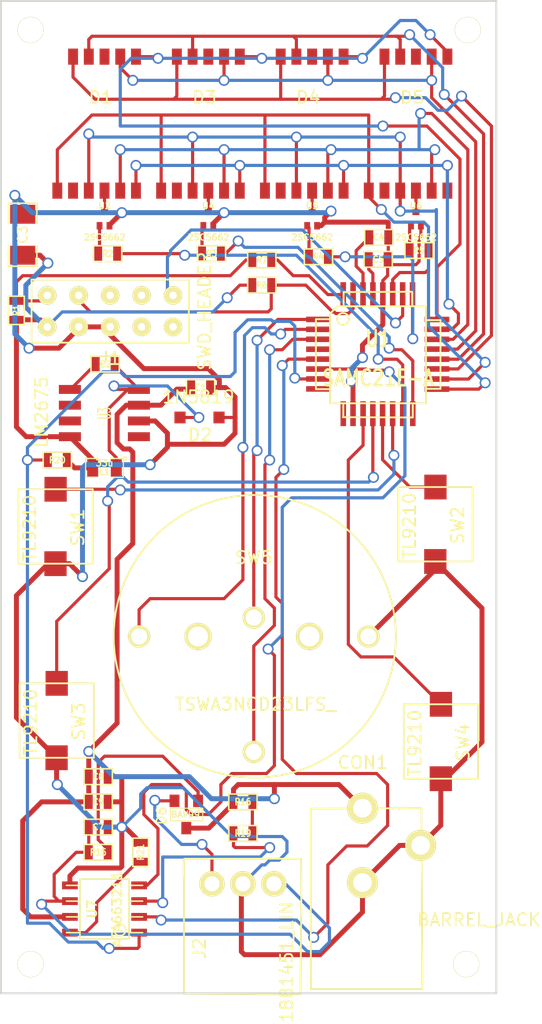
<source format=kicad_pcb>
(kicad_pcb (version 4) (host pcbnew 4.0.2-4+6225~38~ubuntu14.04.1-stable)

  (general
    (links 110)
    (no_connects 0)
    (area 109.924999 33.111 153.897191 117.691952)
    (thickness 1.6)
    (drawings 4)
    (tracks 661)
    (zones 0)
    (modules 46)
    (nets 65)
  )

  (page A3)
  (layers
    (0 F.Cu signal)
    (31 B.Cu signal)
    (32 B.Adhes user)
    (33 F.Adhes user)
    (34 B.Paste user)
    (35 F.Paste user)
    (36 B.SilkS user)
    (37 F.SilkS user)
    (38 B.Mask user)
    (39 F.Mask user)
    (40 Dwgs.User user)
    (41 Cmts.User user)
    (42 Eco1.User user)
    (43 Eco2.User user)
    (44 Edge.Cuts user)
  )

  (setup
    (last_trace_width 0.254)
    (user_trace_width 0.4)
    (trace_clearance 0.254)
    (zone_clearance 0.508)
    (zone_45_only no)
    (trace_min 0.254)
    (segment_width 0.2)
    (edge_width 0.15)
    (via_size 0.889)
    (via_drill 0.635)
    (via_min_size 0.889)
    (via_min_drill 0.508)
    (uvia_size 0.508)
    (uvia_drill 0.127)
    (uvias_allowed no)
    (uvia_min_size 0.508)
    (uvia_min_drill 0.127)
    (pcb_text_width 0.3)
    (pcb_text_size 1.5 1.5)
    (mod_edge_width 0.15)
    (mod_text_size 1.5 1.5)
    (mod_text_width 0.15)
    (pad_size 1.524 1.524)
    (pad_drill 0.762)
    (pad_to_mask_clearance 0.2)
    (aux_axis_origin 0 0)
    (visible_elements 7FFFFFFF)
    (pcbplotparams
      (layerselection 0x00030_80000001)
      (usegerberextensions true)
      (excludeedgelayer true)
      (linewidth 0.100000)
      (plotframeref false)
      (viasonmask false)
      (mode 1)
      (useauxorigin false)
      (hpglpennumber 1)
      (hpglpenspeed 20)
      (hpglpendiameter 15)
      (hpglpenoverlay 2)
      (psnegative false)
      (psa4output false)
      (plotreference true)
      (plotvalue true)
      (plotinvisibletext false)
      (padsonsilk false)
      (subtractmaskfromsilk false)
      (outputformat 1)
      (mirror false)
      (drillshape 1)
      (scaleselection 1)
      (outputdirectory ""))
  )

  (net 0 "")
  (net 1 /DIS'.')
  (net 2 /DIS'a')
  (net 3 /DIS'b')
  (net 4 /DIS'c')
  (net 5 /DIS'd')
  (net 6 /DIS'e')
  (net 7 /DIS'f')
  (net 8 /DIS'g')
  (net 9 /DS0)
  (net 10 /DS1)
  (net 11 /DS2)
  (net 12 /DS3)
  (net 13 /EN)
  (net 14 /PB0)
  (net 15 /PB1)
  (net 16 /PB2)
  (net 17 /PB3)
  (net 18 /RXD)
  (net 19 /TWA)
  (net 20 /TWB)
  (net 21 /TWC)
  (net 22 /TXD)
  (net 23 3V3)
  (net 24 GND)
  (net 25 VsLIN)
  (net 26 "Net-(C2-Pad1)")
  (net 27 "Net-(C2-Pad2)")
  (net 28 "Net-(C4-Pad1)")
  (net 29 "Net-(C5-Pad1)")
  (net 30 "Net-(C7-Pad1)")
  (net 31 "Net-(D1-Pad2)")
  (net 32 "Net-(D1-Pad9)")
  (net 33 "Net-(D3-Pad2)")
  (net 34 "Net-(D3-Pad9)")
  (net 35 "Net-(D4-Pad2)")
  (net 36 "Net-(D4-Pad9)")
  (net 37 "Net-(D5-Pad2)")
  (net 38 "Net-(D5-Pad9)")
  (net 39 "Net-(D6-Pad2)")
  (net 40 "Net-(D6-Pad1)")
  (net 41 "Net-(J1-Pad2)")
  (net 42 "Net-(J1-Pad4)")
  (net 43 "Net-(J1-Pad6)")
  (net 44 "Net-(J1-Pad8)")
  (net 45 "Net-(J1-Pad9)")
  (net 46 "Net-(J1-Pad10)")
  (net 47 "Net-(R2-Pad2)")
  (net 48 "Net-(R3-Pad2)")
  (net 49 "Net-(R4-Pad2)")
  (net 50 "Net-(R5-Pad2)")
  (net 51 "Net-(R7-Pad1)")
  (net 52 "Net-(R16-Pad2)")
  (net 53 "Net-(R19-Pad2)")
  (net 54 "Net-(R21-Pad1)")
  (net 55 "Net-(U1-Pad8)")
  (net 56 "Net-(U1-Pad4)")
  (net 57 "Net-(U1-Pad9)")
  (net 58 "Net-(D1-Pad3)")
  (net 59 "Net-(U3-Pad2)")
  (net 60 "Net-(U3-Pad3)")
  (net 61 "Net-(U3-Pad5)")
  (net 62 "Net-(D3-Pad3)")
  (net 63 "Net-(D4-Pad3)")
  (net 64 "Net-(D5-Pad3)")

  (net_class Default "This is the default net class."
    (clearance 0.254)
    (trace_width 0.254)
    (via_dia 0.889)
    (via_drill 0.635)
    (uvia_dia 0.508)
    (uvia_drill 0.127)
    (add_net /DIS'.')
    (add_net /DIS'a')
    (add_net /DIS'b')
    (add_net /DIS'c')
    (add_net /DIS'd')
    (add_net /DIS'e')
    (add_net /DIS'f')
    (add_net /DIS'g')
    (add_net /DS0)
    (add_net /DS1)
    (add_net /DS2)
    (add_net /DS3)
    (add_net /EN)
    (add_net /PB0)
    (add_net /PB1)
    (add_net /PB2)
    (add_net /PB3)
    (add_net /RXD)
    (add_net /TWA)
    (add_net /TWB)
    (add_net /TWC)
    (add_net /TXD)
    (add_net 3V3)
    (add_net GND)
    (add_net "Net-(C2-Pad1)")
    (add_net "Net-(C2-Pad2)")
    (add_net "Net-(C4-Pad1)")
    (add_net "Net-(C5-Pad1)")
    (add_net "Net-(C7-Pad1)")
    (add_net "Net-(D1-Pad2)")
    (add_net "Net-(D1-Pad3)")
    (add_net "Net-(D1-Pad9)")
    (add_net "Net-(D3-Pad2)")
    (add_net "Net-(D3-Pad3)")
    (add_net "Net-(D3-Pad9)")
    (add_net "Net-(D4-Pad2)")
    (add_net "Net-(D4-Pad3)")
    (add_net "Net-(D4-Pad9)")
    (add_net "Net-(D5-Pad2)")
    (add_net "Net-(D5-Pad3)")
    (add_net "Net-(D5-Pad9)")
    (add_net "Net-(D6-Pad1)")
    (add_net "Net-(D6-Pad2)")
    (add_net "Net-(J1-Pad10)")
    (add_net "Net-(J1-Pad2)")
    (add_net "Net-(J1-Pad4)")
    (add_net "Net-(J1-Pad6)")
    (add_net "Net-(J1-Pad8)")
    (add_net "Net-(J1-Pad9)")
    (add_net "Net-(R16-Pad2)")
    (add_net "Net-(R19-Pad2)")
    (add_net "Net-(R2-Pad2)")
    (add_net "Net-(R21-Pad1)")
    (add_net "Net-(R3-Pad2)")
    (add_net "Net-(R4-Pad2)")
    (add_net "Net-(R5-Pad2)")
    (add_net "Net-(R7-Pad1)")
    (add_net "Net-(U1-Pad4)")
    (add_net "Net-(U1-Pad8)")
    (add_net "Net-(U1-Pad9)")
    (add_net "Net-(U3-Pad2)")
    (add_net "Net-(U3-Pad3)")
    (add_net "Net-(U3-Pad5)")
    (add_net VsLIN)
  )

  (module Connect:1pin (layer F.Cu) (tedit 56F86E68) (tstamp 56FC93B3)
    (at 147.574 112.649)
    (descr "module 1 pin (ou trou mecanique de percage)")
    (tags DEV)
    (fp_text reference REF** (at 0 -3.048) (layer F.SilkS) hide
      (effects (font (size 1 1) (thickness 0.15)))
    )
    (fp_text value 1pin (at 0 2.794) (layer F.Fab) hide
      (effects (font (size 1 1) (thickness 0.15)))
    )
    (pad 1 thru_hole circle (at 0 0) (size 2.1 2.1) (drill 2.05) (layers *.Cu *.Mask F.SilkS))
  )

  (module Connect:1pin (layer F.Cu) (tedit 56F86E68) (tstamp 56FC93AE)
    (at 112.395 112.649)
    (descr "module 1 pin (ou trou mecanique de percage)")
    (tags DEV)
    (fp_text reference REF** (at 0 -3.048) (layer F.SilkS) hide
      (effects (font (size 1 1) (thickness 0.15)))
    )
    (fp_text value 1pin (at 0 2.794) (layer F.Fab) hide
      (effects (font (size 1 1) (thickness 0.15)))
    )
    (pad 1 thru_hole circle (at 0 0) (size 2.1 2.1) (drill 2.05) (layers *.Cu *.Mask F.SilkS))
  )

  (module Connect:1pin (layer F.Cu) (tedit 56F86E68) (tstamp 56FC93A9)
    (at 112.395 37.338)
    (descr "module 1 pin (ou trou mecanique de percage)")
    (tags DEV)
    (fp_text reference REF** (at 0 -3.048) (layer F.SilkS) hide
      (effects (font (size 1 1) (thickness 0.15)))
    )
    (fp_text value 1pin (at 0 2.794) (layer F.Fab) hide
      (effects (font (size 1 1) (thickness 0.15)))
    )
    (pad 1 thru_hole circle (at 0 0) (size 2.1 2.1) (drill 2.05) (layers *.Cu *.Mask F.SilkS))
  )

  (module Connect:1pin (layer F.Cu) (tedit 56F86E68) (tstamp 56FC9375)
    (at 147.701 37.338)
    (descr "module 1 pin (ou trou mecanique de percage)")
    (tags DEV)
    (fp_text reference REF** (at 0 -3.048) (layer F.SilkS) hide
      (effects (font (size 1 1) (thickness 0.15)))
    )
    (fp_text value 1pin (at 0 2.794) (layer F.Fab) hide
      (effects (font (size 1 1) (thickness 0.15)))
    )
    (pad 1 thru_hole circle (at 0 0) (size 2.1 2.1) (drill 2.05) (layers *.Cu *.Mask F.SilkS))
  )

  (module TSWA3NCD23LFS (layer F.Cu) (tedit 56EEB61E) (tstamp 56F55FD6)
    (at 130.4163 86.233)
    (path /56F529C3)
    (fp_text reference SW5 (at 0 -6.35) (layer F.SilkS)
      (effects (font (size 1 1) (thickness 0.15)))
    )
    (fp_text value TSWA3NCD23LFS_ (at 0.14 5.47) (layer F.SilkS)
      (effects (font (size 1 1) (thickness 0.15)))
    )
    (fp_circle (center 0.08 -0.01) (end -9.58 6.03) (layer F.SilkS) (width 0.15))
    (pad 1 thru_hole circle (at -9.26 0) (size 1.8 1.8) (drill 1.3) (layers *.Cu *.Mask F.SilkS)
      (net 19 /TWA))
    (pad 4 thru_hole circle (at 9.26 0) (size 1.8 1.8) (drill 1.3) (layers *.Cu *.Mask F.SilkS)
      (net 24 GND))
    (pad M1 thru_hole circle (at -4.5 0) (size 2.2 2.2) (drill 1.6) (layers *.Cu *.Mask B.Paste F.SilkS))
    (pad M2 thru_hole circle (at 4.5 0) (size 2.2 2.2) (drill 1.6) (layers *.Cu *.Mask B.Paste F.SilkS))
    (pad 2 thru_hole circle (at 0 9.31) (size 1.8 1.8) (drill 1.3) (layers *.Cu *.Mask B.Paste F.SilkS)
      (net 20 /TWB))
    (pad 3 thru_hole circle (at 0 -1.52) (size 1.8 1.8) (drill 1.3) (layers *.Cu *.Mask F.SilkS)
      (net 21 /TWC))
  )

  (module TQFP32 (layer F.Cu) (tedit 43A670DA) (tstamp 56F5600C)
    (at 140.462 63.5)
    (path /56F52129)
    (fp_text reference U1 (at 0 -1.27) (layer F.SilkS)
      (effects (font (size 1.27 1.016) (thickness 0.2032)))
    )
    (fp_text value SAMC21E-A (at 0 1.905) (layer F.SilkS)
      (effects (font (size 1.27 1.016) (thickness 0.2032)))
    )
    (fp_line (start 5.0292 2.7686) (end 3.8862 2.7686) (layer F.SilkS) (width 0.1524))
    (fp_line (start 5.0292 -2.7686) (end 3.9116 -2.7686) (layer F.SilkS) (width 0.1524))
    (fp_line (start 5.0292 2.7686) (end 5.0292 -2.7686) (layer F.SilkS) (width 0.1524))
    (fp_line (start 2.794 3.9624) (end 2.794 5.0546) (layer F.SilkS) (width 0.1524))
    (fp_line (start -2.8194 3.9878) (end -2.8194 5.0546) (layer F.SilkS) (width 0.1524))
    (fp_line (start -2.8448 5.0546) (end 2.794 5.08) (layer F.SilkS) (width 0.1524))
    (fp_line (start -2.794 -5.0292) (end 2.7178 -5.0546) (layer F.SilkS) (width 0.1524))
    (fp_line (start -3.8862 -3.2766) (end -3.8862 3.9116) (layer F.SilkS) (width 0.1524))
    (fp_line (start 2.7432 -5.0292) (end 2.7432 -3.9878) (layer F.SilkS) (width 0.1524))
    (fp_line (start -3.2512 -3.8862) (end 3.81 -3.8862) (layer F.SilkS) (width 0.1524))
    (fp_line (start 3.8608 3.937) (end 3.8608 -3.7846) (layer F.SilkS) (width 0.1524))
    (fp_line (start -3.8862 3.937) (end 3.7338 3.937) (layer F.SilkS) (width 0.1524))
    (fp_line (start -5.0292 -2.8448) (end -5.0292 2.794) (layer F.SilkS) (width 0.1524))
    (fp_line (start -5.0292 2.794) (end -3.8862 2.794) (layer F.SilkS) (width 0.1524))
    (fp_line (start -3.87604 -3.302) (end -3.29184 -3.8862) (layer F.SilkS) (width 0.1524))
    (fp_line (start -5.02412 -2.8448) (end -3.87604 -2.8448) (layer F.SilkS) (width 0.1524))
    (fp_line (start -2.794 -3.8862) (end -2.794 -5.03428) (layer F.SilkS) (width 0.1524))
    (fp_circle (center -2.83972 -2.86004) (end -2.43332 -2.60604) (layer F.SilkS) (width 0.1524))
    (pad 8 smd rect (at -4.81584 2.77622) (size 1.99898 0.44958) (layers F.Cu F.Paste F.Mask)
      (net 55 "Net-(U1-Pad8)"))
    (pad 7 smd rect (at -4.81584 1.97612) (size 1.99898 0.44958) (layers F.Cu F.Paste F.Mask)
      (net 18 /RXD))
    (pad 6 smd rect (at -4.81584 1.17602) (size 1.99898 0.44958) (layers F.Cu F.Paste F.Mask)
      (net 22 /TXD))
    (pad 5 smd rect (at -4.81584 0.37592) (size 1.99898 0.44958) (layers F.Cu F.Paste F.Mask)
      (net 13 /EN))
    (pad 4 smd rect (at -4.81584 -0.42418) (size 1.99898 0.44958) (layers F.Cu F.Paste F.Mask)
      (net 56 "Net-(U1-Pad4)"))
    (pad 3 smd rect (at -4.81584 -1.22428) (size 1.99898 0.44958) (layers F.Cu F.Paste F.Mask)
      (net 20 /TWB))
    (pad 2 smd rect (at -4.81584 -2.02438) (size 1.99898 0.44958) (layers F.Cu F.Paste F.Mask)
      (net 19 /TWA))
    (pad 1 smd rect (at -4.81584 -2.82448) (size 1.99898 0.44958) (layers F.Cu F.Paste F.Mask)
      (net 21 /TWC))
    (pad 24 smd rect (at 4.7498 -2.8194) (size 1.99898 0.44958) (layers F.Cu F.Paste F.Mask)
      (net 1 /DIS'.'))
    (pad 17 smd rect (at 4.7498 2.794) (size 1.99898 0.44958) (layers F.Cu F.Paste F.Mask)
      (net 8 /DIS'g'))
    (pad 18 smd rect (at 4.7498 1.9812) (size 1.99898 0.44958) (layers F.Cu F.Paste F.Mask)
      (net 7 /DIS'f'))
    (pad 19 smd rect (at 4.7498 1.1684) (size 1.99898 0.44958) (layers F.Cu F.Paste F.Mask)
      (net 6 /DIS'e'))
    (pad 20 smd rect (at 4.7498 0.381) (size 1.99898 0.44958) (layers F.Cu F.Paste F.Mask)
      (net 5 /DIS'd'))
    (pad 21 smd rect (at 4.7498 -0.4318) (size 1.99898 0.44958) (layers F.Cu F.Paste F.Mask)
      (net 4 /DIS'c'))
    (pad 22 smd rect (at 4.7498 -1.2192) (size 1.99898 0.44958) (layers F.Cu F.Paste F.Mask)
      (net 3 /DIS'b'))
    (pad 23 smd rect (at 4.7498 -2.032) (size 1.99898 0.44958) (layers F.Cu F.Paste F.Mask)
      (net 2 /DIS'a'))
    (pad 32 smd rect (at -2.82448 -4.826) (size 0.44958 1.99898) (layers F.Cu F.Paste F.Mask)
      (net 51 "Net-(R7-Pad1)"))
    (pad 31 smd rect (at -2.02692 -4.826) (size 0.44958 1.99898) (layers F.Cu F.Paste F.Mask)
      (net 42 "Net-(J1-Pad4)"))
    (pad 30 smd rect (at -1.22428 -4.826) (size 0.44958 1.99898) (layers F.Cu F.Paste F.Mask)
      (net 28 "Net-(C4-Pad1)"))
    (pad 29 smd rect (at -0.42672 -4.826) (size 0.44958 1.99898) (layers F.Cu F.Paste F.Mask)
      (net 29 "Net-(C5-Pad1)"))
    (pad 28 smd rect (at 0.37592 -4.826) (size 0.44958 1.99898) (layers F.Cu F.Paste F.Mask)
      (net 24 GND))
    (pad 27 smd rect (at 1.17348 -4.826) (size 0.44958 1.99898) (layers F.Cu F.Paste F.Mask)
      (net 9 /DS0))
    (pad 26 smd rect (at 1.97612 -4.826) (size 0.44958 1.99898) (layers F.Cu F.Paste F.Mask)
      (net 46 "Net-(J1-Pad10)"))
    (pad 25 smd rect (at 2.77368 -4.826) (size 0.44958 1.99898) (layers F.Cu F.Paste F.Mask)
      (net 10 /DS1))
    (pad 9 smd rect (at -2.8194 4.7752) (size 0.44958 1.99898) (layers F.Cu F.Paste F.Mask)
      (net 57 "Net-(U1-Pad9)"))
    (pad 10 smd rect (at -2.032 4.7752) (size 0.44958 1.99898) (layers F.Cu F.Paste F.Mask)
      (net 24 GND))
    (pad 11 smd rect (at -1.2192 4.7752) (size 0.44958 1.99898) (layers F.Cu F.Paste F.Mask)
      (net 17 /PB3))
    (pad 12 smd rect (at -0.4318 4.7752) (size 0.44958 1.99898) (layers F.Cu F.Paste F.Mask)
      (net 16 /PB2))
    (pad 13 smd rect (at 0.3556 4.7752) (size 0.44958 1.99898) (layers F.Cu F.Paste F.Mask)
      (net 15 /PB1))
    (pad 14 smd rect (at 1.1684 4.7752) (size 0.44958 1.99898) (layers F.Cu F.Paste F.Mask)
      (net 14 /PB0))
    (pad 15 smd rect (at 1.9812 4.7752) (size 0.44958 1.99898) (layers F.Cu F.Paste F.Mask)
      (net 12 /DS3))
    (pad 16 smd rect (at 2.794 4.7752) (size 0.44958 1.99898) (layers F.Cu F.Paste F.Mask)
      (net 11 /DS2))
    (model smd/tqfp32.wrl
      (at (xyz 0 0 0))
      (scale (xyz 1 1 1))
      (rotate (xyz 0 0 0))
    )
  )

  (module TL9210 (layer F.Cu) (tedit 56EEACAA) (tstamp 56F56017)
    (at 145.5293 97.7011 270)
    (path /56F5214C)
    (fp_text reference SW4 (at -2.92 -1.79 270) (layer F.SilkS)
      (effects (font (size 1 1) (thickness 0.15)))
    )
    (fp_text value TL9210 (at -2.88 2.1 270) (layer F.SilkS)
      (effects (font (size 1 1) (thickness 0.15)))
    )
    (fp_line (start 0 0) (end 0 -3) (layer F.SilkS) (width 0.15))
    (fp_line (start 0 -3) (end -6 -3) (layer F.SilkS) (width 0.15))
    (fp_line (start -6 -3) (end -6 3) (layer F.SilkS) (width 0.15))
    (fp_line (start -6 3) (end 0 3) (layer F.SilkS) (width 0.15))
    (fp_line (start 0 3) (end 0 0) (layer F.SilkS) (width 0.15))
    (pad 1 smd rect (at 0 0.01 270) (size 2 1.8) (layers F.Cu F.Paste F.Mask)
      (net 24 GND))
    (pad 2 smd rect (at -6 0 270) (size 2 1.8) (layers F.Cu F.Paste F.Mask)
      (net 17 /PB3))
  )

  (module TL9210 (layer F.Cu) (tedit 56EEACAA) (tstamp 56F56022)
    (at 114.5032 96.012 270)
    (path /56F52145)
    (fp_text reference SW3 (at -2.92 -1.79 270) (layer F.SilkS)
      (effects (font (size 1 1) (thickness 0.15)))
    )
    (fp_text value TL9210 (at -2.88 2.1 270) (layer F.SilkS)
      (effects (font (size 1 1) (thickness 0.15)))
    )
    (fp_line (start 0 0) (end 0 -3) (layer F.SilkS) (width 0.15))
    (fp_line (start 0 -3) (end -6 -3) (layer F.SilkS) (width 0.15))
    (fp_line (start -6 -3) (end -6 3) (layer F.SilkS) (width 0.15))
    (fp_line (start -6 3) (end 0 3) (layer F.SilkS) (width 0.15))
    (fp_line (start 0 3) (end 0 0) (layer F.SilkS) (width 0.15))
    (pad 1 smd rect (at 0 0.01 270) (size 2 1.8) (layers F.Cu F.Paste F.Mask)
      (net 24 GND))
    (pad 2 smd rect (at -6 0 270) (size 2 1.8) (layers F.Cu F.Paste F.Mask)
      (net 16 /PB2))
  )

  (module TL9210 (layer F.Cu) (tedit 56EEACAA) (tstamp 56F5602D)
    (at 145.0848 80.1878 270)
    (path /56F5213E)
    (fp_text reference SW2 (at -2.92 -1.79 270) (layer F.SilkS)
      (effects (font (size 1 1) (thickness 0.15)))
    )
    (fp_text value TL9210 (at -2.88 2.1 270) (layer F.SilkS)
      (effects (font (size 1 1) (thickness 0.15)))
    )
    (fp_line (start 0 0) (end 0 -3) (layer F.SilkS) (width 0.15))
    (fp_line (start 0 -3) (end -6 -3) (layer F.SilkS) (width 0.15))
    (fp_line (start -6 -3) (end -6 3) (layer F.SilkS) (width 0.15))
    (fp_line (start -6 3) (end 0 3) (layer F.SilkS) (width 0.15))
    (fp_line (start 0 3) (end 0 0) (layer F.SilkS) (width 0.15))
    (pad 1 smd rect (at 0 0.01 270) (size 2 1.8) (layers F.Cu F.Paste F.Mask)
      (net 24 GND))
    (pad 2 smd rect (at -6 0 270) (size 2 1.8) (layers F.Cu F.Paste F.Mask)
      (net 15 /PB1))
  )

  (module TL9210 (layer F.Cu) (tedit 56EEACAA) (tstamp 56F56038)
    (at 114.4143 80.3656 270)
    (path /56F52137)
    (fp_text reference SW1 (at -2.92 -1.79 270) (layer F.SilkS)
      (effects (font (size 1 1) (thickness 0.15)))
    )
    (fp_text value TL9210 (at -2.88 2.1 270) (layer F.SilkS)
      (effects (font (size 1 1) (thickness 0.15)))
    )
    (fp_line (start 0 0) (end 0 -3) (layer F.SilkS) (width 0.15))
    (fp_line (start 0 -3) (end -6 -3) (layer F.SilkS) (width 0.15))
    (fp_line (start -6 -3) (end -6 3) (layer F.SilkS) (width 0.15))
    (fp_line (start -6 3) (end 0 3) (layer F.SilkS) (width 0.15))
    (fp_line (start 0 3) (end 0 0) (layer F.SilkS) (width 0.15))
    (pad 1 smd rect (at 0 0.01 270) (size 2 1.8) (layers F.Cu F.Paste F.Mask)
      (net 24 GND))
    (pad 2 smd rect (at -6 0 270) (size 2 1.8) (layers F.Cu F.Paste F.Mask)
      (net 14 /PB0))
  )

  (module SOT723 (layer F.Cu) (tedit 56F1CDB7) (tstamp 56F5603F)
    (at 143.51 52.324)
    (path /56F53A08)
    (fp_text reference U6 (at 0 -0.8) (layer F.SilkS)
      (effects (font (size 0.5 0.5) (thickness 0.1)))
    )
    (fp_text value 2SC5662 (at 0.01 1.73) (layer F.SilkS)
      (effects (font (size 0.5 0.5) (thickness 0.1)))
    )
    (pad 3 smd rect (at 0 -0.3556) (size 0.57 0.6) (layers F.Cu F.Paste F.Mask)
      (net 64 "Net-(D5-Pad3)"))
    (pad 2 smd rect (at 0.4 0.8) (size 0.47 0.6) (layers F.Cu F.Paste F.Mask)
      (net 24 GND))
    (pad 1 smd rect (at -0.4 0.8) (size 0.47 0.6) (layers F.Cu F.Paste F.Mask)
      (net 50 "Net-(R5-Pad2)"))
  )

  (module SOT723 (layer F.Cu) (tedit 56F1CDB7) (tstamp 56F56046)
    (at 135.128 52.324)
    (path /56F53A02)
    (fp_text reference U5 (at 0 -0.8) (layer F.SilkS)
      (effects (font (size 0.5 0.5) (thickness 0.1)))
    )
    (fp_text value 2SC5662 (at 0.01 1.73) (layer F.SilkS)
      (effects (font (size 0.5 0.5) (thickness 0.1)))
    )
    (pad 3 smd rect (at 0 -0.3556) (size 0.57 0.6) (layers F.Cu F.Paste F.Mask)
      (net 63 "Net-(D4-Pad3)"))
    (pad 2 smd rect (at 0.4 0.8) (size 0.47 0.6) (layers F.Cu F.Paste F.Mask)
      (net 24 GND))
    (pad 1 smd rect (at -0.4 0.8) (size 0.47 0.6) (layers F.Cu F.Paste F.Mask)
      (net 49 "Net-(R4-Pad2)"))
  )

  (module SOT723 (layer F.Cu) (tedit 56F1CDB7) (tstamp 56F5604D)
    (at 126.746 52.324)
    (path /56F539FC)
    (fp_text reference U4 (at 0 -0.8) (layer F.SilkS)
      (effects (font (size 0.5 0.5) (thickness 0.1)))
    )
    (fp_text value 2SC5662 (at 0.01 1.73) (layer F.SilkS)
      (effects (font (size 0.5 0.5) (thickness 0.1)))
    )
    (pad 3 smd rect (at 0 -0.3556) (size 0.57 0.6) (layers F.Cu F.Paste F.Mask)
      (net 62 "Net-(D3-Pad3)"))
    (pad 2 smd rect (at 0.4 0.8) (size 0.47 0.6) (layers F.Cu F.Paste F.Mask)
      (net 24 GND))
    (pad 1 smd rect (at -0.4 0.8) (size 0.47 0.6) (layers F.Cu F.Paste F.Mask)
      (net 48 "Net-(R3-Pad2)"))
  )

  (module SOT723 (layer F.Cu) (tedit 56F1CDB7) (tstamp 56F56054)
    (at 118.364 52.324)
    (path /56F539B9)
    (fp_text reference U2 (at 0 -0.8) (layer F.SilkS)
      (effects (font (size 0.5 0.5) (thickness 0.1)))
    )
    (fp_text value 2SC5662 (at 0.01 1.73) (layer F.SilkS)
      (effects (font (size 0.5 0.5) (thickness 0.1)))
    )
    (pad 3 smd rect (at 0 -0.3556) (size 0.57 0.6) (layers F.Cu F.Paste F.Mask)
      (net 58 "Net-(D1-Pad3)"))
    (pad 2 smd rect (at 0.4 0.8) (size 0.47 0.6) (layers F.Cu F.Paste F.Mask)
      (net 24 GND))
    (pad 1 smd rect (at -0.4 0.8) (size 0.47 0.6) (layers F.Cu F.Paste F.Mask)
      (net 47 "Net-(R2-Pad2)"))
  )

  (module SOT23 (layer F.Cu) (tedit 5051A6D7) (tstamp 56F56060)
    (at 124.968 100.584 180)
    (tags SOT23)
    (path /56EE1B4D)
    (fp_text reference D6 (at 1.99898 -0.09906 270) (layer F.SilkS)
      (effects (font (size 0.762 0.762) (thickness 0.11938)))
    )
    (fp_text value BAV99 (at 0.0635 0 180) (layer F.SilkS)
      (effects (font (size 0.50038 0.50038) (thickness 0.09906)))
    )
    (fp_circle (center -1.17602 0.35052) (end -1.30048 0.44958) (layer F.SilkS) (width 0.07874))
    (fp_line (start 1.27 -0.508) (end 1.27 0.508) (layer F.SilkS) (width 0.07874))
    (fp_line (start -1.3335 -0.508) (end -1.3335 0.508) (layer F.SilkS) (width 0.07874))
    (fp_line (start 1.27 0.508) (end -1.3335 0.508) (layer F.SilkS) (width 0.07874))
    (fp_line (start -1.3335 -0.508) (end 1.27 -0.508) (layer F.SilkS) (width 0.07874))
    (pad 3 smd rect (at 0 -1.09982 180) (size 0.8001 1.00076) (layers F.Cu F.Paste F.Mask)
      (net 25 VsLIN))
    (pad 2 smd rect (at 0.9525 1.09982 180) (size 0.8001 1.00076) (layers F.Cu F.Paste F.Mask)
      (net 39 "Net-(D6-Pad2)"))
    (pad 1 smd rect (at -0.9525 1.09982 180) (size 0.8001 1.00076) (layers F.Cu F.Paste F.Mask)
      (net 40 "Net-(D6-Pad1)"))
    (model smd\SOT23_3.wrl
      (at (xyz 0 0 0))
      (scale (xyz 0.4 0.4 0.4))
      (rotate (xyz 0 0 180))
    )
  )

  (module SOIC8-narrow (layer F.Cu) (tedit 56F554BE) (tstamp 56F5606C)
    (at 115.57 66.3194 270)
    (path /56F5549F)
    (fp_text reference U3 (at 1.93 -2.8 270) (layer F.SilkS)
      (effects (font (size 1 0.5) (thickness 0.1)))
    )
    (fp_text value LM2675 (at 1.82 2.29 270) (layer F.SilkS)
      (effects (font (size 1 1) (thickness 0.15)))
    )
    (pad 1 smd rect (at 0 0 270) (size 0.72 1.78) (layers F.Cu F.Paste F.Mask)
      (net 26 "Net-(C2-Pad1)"))
    (pad 2 smd rect (at 1.27 0 270) (size 0.72 1.78) (layers F.Cu F.Paste F.Mask)
      (net 59 "Net-(U3-Pad2)"))
    (pad 3 smd rect (at 2.54 0 270) (size 0.72 1.78) (layers F.Cu F.Paste F.Mask)
      (net 60 "Net-(U3-Pad3)"))
    (pad 4 smd rect (at 3.81 0 270) (size 0.72 1.78) (layers F.Cu F.Paste F.Mask)
      (net 23 3V3))
    (pad 5 smd rect (at 3.81 -5.57 270) (size 0.72 1.78) (layers F.Cu F.Paste F.Mask)
      (net 61 "Net-(U3-Pad5)"))
    (pad 6 smd rect (at 2.54 -5.57 270) (size 0.72 1.78) (layers F.Cu F.Paste F.Mask)
      (net 24 GND))
    (pad 7 smd rect (at 1.27 -5.57 270) (size 0.72 1.78) (layers F.Cu F.Paste F.Mask)
      (net 25 VsLIN))
    (pad 8 smd rect (at 0 -5.57 270) (size 0.72 1.78) (layers F.Cu F.Paste F.Mask)
      (net 27 "Net-(C2-Pad2)"))
  )

  (module SOD123 (layer F.Cu) (tedit 56F54F7F) (tstamp 56F56692)
    (at 124.46 68.58 180)
    (path /56F564B8)
    (fp_text reference D2 (at -1.61 -1.42 180) (layer F.SilkS)
      (effects (font (size 1 1) (thickness 0.15)))
    )
    (fp_text value 1N5819 (at -1.49 1.65 180) (layer F.SilkS)
      (effects (font (size 1 1) (thickness 0.15)))
    )
    (pad 1 smd rect (at -3.15 0 180) (size 0.9 0.95) (layers F.Cu F.Paste F.Mask)
      (net 24 GND))
    (pad 2 smd rect (at 0 0 180) (size 0.9 0.95) (layers F.Cu F.Paste F.Mask)
      (net 27 "Net-(C2-Pad2)"))
  )

  (module so-8 (layer F.Cu) (tedit 48A6C16E) (tstamp 56F5608B)
    (at 118.364 108.204 90)
    (descr SO-8)
    (path /56EDEFB4)
    (fp_text reference U7 (at 0 -1.016 90) (layer F.SilkS)
      (effects (font (size 0.7493 0.7493) (thickness 0.14986)))
    )
    (fp_text value ATA663211 (at 0 1.016 90) (layer F.SilkS)
      (effects (font (size 0.7493 0.7493) (thickness 0.14986)))
    )
    (fp_line (start -2.413 -1.9812) (end -2.413 1.9812) (layer F.SilkS) (width 0.127))
    (fp_line (start -2.413 1.9812) (end 2.413 1.9812) (layer F.SilkS) (width 0.127))
    (fp_line (start 2.413 1.9812) (end 2.413 -1.9812) (layer F.SilkS) (width 0.127))
    (fp_line (start 2.413 -1.9812) (end -2.413 -1.9812) (layer F.SilkS) (width 0.127))
    (fp_line (start -1.905 -1.9812) (end -1.905 -3.0734) (layer F.SilkS) (width 0.127))
    (fp_line (start -0.635 -1.9812) (end -0.635 -3.0734) (layer F.SilkS) (width 0.127))
    (fp_line (start 0.635 -1.9812) (end 0.635 -3.0734) (layer F.SilkS) (width 0.127))
    (fp_line (start 1.905 -3.0734) (end 1.905 -1.9812) (layer F.SilkS) (width 0.127))
    (fp_line (start 1.905 1.9812) (end 1.905 3.0734) (layer F.SilkS) (width 0.127))
    (fp_line (start 0.635 3.0734) (end 0.635 1.9812) (layer F.SilkS) (width 0.127))
    (fp_line (start -0.635 3.0734) (end -0.635 1.9812) (layer F.SilkS) (width 0.127))
    (fp_line (start -1.905 3.0734) (end -1.905 1.9812) (layer F.SilkS) (width 0.127))
    (fp_circle (center -1.6764 1.2446) (end -1.9558 1.6256) (layer F.SilkS) (width 0.127))
    (pad 1 smd rect (at -1.905 2.794 90) (size 0.635 1.27) (layers F.Cu F.Paste F.Mask)
      (net 18 /RXD))
    (pad 2 smd rect (at -0.635 2.794 90) (size 0.635 1.27) (layers F.Cu F.Paste F.Mask)
      (net 13 /EN))
    (pad 3 smd rect (at 0.635 2.794 90) (size 0.635 1.27) (layers F.Cu F.Paste F.Mask)
      (net 53 "Net-(R19-Pad2)"))
    (pad 4 smd rect (at 1.905 2.794 90) (size 0.635 1.27) (layers F.Cu F.Paste F.Mask)
      (net 22 /TXD))
    (pad 5 smd rect (at 1.905 -2.794 90) (size 0.635 1.27) (layers F.Cu F.Paste F.Mask)
      (net 24 GND))
    (pad 6 smd rect (at 0.635 -2.794 90) (size 0.635 1.27) (layers F.Cu F.Paste F.Mask)
      (net 30 "Net-(C7-Pad1)"))
    (pad 7 smd rect (at -0.635 -2.794 90) (size 0.635 1.27) (layers F.Cu F.Paste F.Mask)
      (net 25 VsLIN))
    (pad 8 smd rect (at -1.905 -2.794 90) (size 0.635 1.27) (layers F.Cu F.Paste F.Mask)
      (net 54 "Net-(R21-Pad1)"))
    (model smd/smd_dil/so-8.wrl
      (at (xyz 0 0 0))
      (scale (xyz 1 1 1))
      (rotate (xyz 0 0 0))
    )
  )

  (module SM1206 (layer F.Cu) (tedit 42806E24) (tstamp 56F56097)
    (at 111.76 53.848 90)
    (path /56F56378)
    (attr smd)
    (fp_text reference C3 (at 0 0 90) (layer F.SilkS)
      (effects (font (size 0.762 0.762) (thickness 0.127)))
    )
    (fp_text value 100u (at 0 0 90) (layer F.SilkS) hide
      (effects (font (size 0.762 0.762) (thickness 0.127)))
    )
    (fp_line (start -2.54 -1.143) (end -2.54 1.143) (layer F.SilkS) (width 0.127))
    (fp_line (start -2.54 1.143) (end -0.889 1.143) (layer F.SilkS) (width 0.127))
    (fp_line (start 0.889 -1.143) (end 2.54 -1.143) (layer F.SilkS) (width 0.127))
    (fp_line (start 2.54 -1.143) (end 2.54 1.143) (layer F.SilkS) (width 0.127))
    (fp_line (start 2.54 1.143) (end 0.889 1.143) (layer F.SilkS) (width 0.127))
    (fp_line (start -0.889 -1.143) (end -2.54 -1.143) (layer F.SilkS) (width 0.127))
    (pad 1 smd rect (at -1.651 0 90) (size 1.524 2.032) (layers F.Cu F.Paste F.Mask)
      (net 23 3V3))
    (pad 2 smd rect (at 1.651 0 90) (size 1.524 2.032) (layers F.Cu F.Paste F.Mask)
      (net 24 GND))
    (model smd/chip_cms.wrl
      (at (xyz 0 0 0))
      (scale (xyz 0.17 0.16 0.16))
      (rotate (xyz 0 0 0))
    )
  )

  (module SM0805 (layer F.Cu) (tedit 5091495C) (tstamp 56F560A4)
    (at 118.364 72.644 180)
    (path /56F55C34)
    (attr smd)
    (fp_text reference L1 (at 0 -0.3175 180) (layer F.SilkS)
      (effects (font (size 0.50038 0.50038) (thickness 0.10922)))
    )
    (fp_text value 33u (at 0 0.381 180) (layer F.SilkS)
      (effects (font (size 0.50038 0.50038) (thickness 0.10922)))
    )
    (fp_circle (center -1.651 0.762) (end -1.651 0.635) (layer F.SilkS) (width 0.09906))
    (fp_line (start -0.508 0.762) (end -1.524 0.762) (layer F.SilkS) (width 0.09906))
    (fp_line (start -1.524 0.762) (end -1.524 -0.762) (layer F.SilkS) (width 0.09906))
    (fp_line (start -1.524 -0.762) (end -0.508 -0.762) (layer F.SilkS) (width 0.09906))
    (fp_line (start 0.508 -0.762) (end 1.524 -0.762) (layer F.SilkS) (width 0.09906))
    (fp_line (start 1.524 -0.762) (end 1.524 0.762) (layer F.SilkS) (width 0.09906))
    (fp_line (start 1.524 0.762) (end 0.508 0.762) (layer F.SilkS) (width 0.09906))
    (pad 1 smd rect (at -0.9525 0 180) (size 0.889 1.397) (layers F.Cu F.Paste F.Mask)
      (net 27 "Net-(C2-Pad2)"))
    (pad 2 smd rect (at 0.9525 0 180) (size 0.889 1.397) (layers F.Cu F.Paste F.Mask)
      (net 23 3V3))
    (model smd/chip_cms.wrl
      (at (xyz 0 0 0))
      (scale (xyz 0.1 0.1 0.1))
      (rotate (xyz 0 0 0))
    )
  )

  (module SM0603 (layer F.Cu) (tedit 4E43A3D1) (tstamp 56F560AE)
    (at 117.856 97.536)
    (path /56EE03EE)
    (attr smd)
    (fp_text reference C8 (at 0 0) (layer F.SilkS)
      (effects (font (size 0.508 0.4572) (thickness 0.1143)))
    )
    (fp_text value 0.1u (at 0 0) (layer F.SilkS) hide
      (effects (font (size 0.508 0.4572) (thickness 0.1143)))
    )
    (fp_line (start -1.143 -0.635) (end 1.143 -0.635) (layer F.SilkS) (width 0.127))
    (fp_line (start 1.143 -0.635) (end 1.143 0.635) (layer F.SilkS) (width 0.127))
    (fp_line (start 1.143 0.635) (end -1.143 0.635) (layer F.SilkS) (width 0.127))
    (fp_line (start -1.143 0.635) (end -1.143 -0.635) (layer F.SilkS) (width 0.127))
    (pad 1 smd rect (at -0.762 0) (size 0.635 1.143) (layers F.Cu F.Paste F.Mask)
      (net 25 VsLIN))
    (pad 2 smd rect (at 0.762 0) (size 0.635 1.143) (layers F.Cu F.Paste F.Mask)
      (net 24 GND))
    (model smd\resistors\R0603.wrl
      (at (xyz 0 0 0.001))
      (scale (xyz 0.5 0.5 0.5))
      (rotate (xyz 0 0 0))
    )
  )

  (module SM0603 (layer F.Cu) (tedit 4E43A3D1) (tstamp 56F560B8)
    (at 118.4148 64.2747)
    (path /56F55EA4)
    (attr smd)
    (fp_text reference C2 (at 0 0) (layer F.SilkS)
      (effects (font (size 0.508 0.4572) (thickness 0.1143)))
    )
    (fp_text value 0.1u (at 0 0) (layer F.SilkS) hide
      (effects (font (size 0.508 0.4572) (thickness 0.1143)))
    )
    (fp_line (start -1.143 -0.635) (end 1.143 -0.635) (layer F.SilkS) (width 0.127))
    (fp_line (start 1.143 -0.635) (end 1.143 0.635) (layer F.SilkS) (width 0.127))
    (fp_line (start 1.143 0.635) (end -1.143 0.635) (layer F.SilkS) (width 0.127))
    (fp_line (start -1.143 0.635) (end -1.143 -0.635) (layer F.SilkS) (width 0.127))
    (pad 1 smd rect (at -0.762 0) (size 0.635 1.143) (layers F.Cu F.Paste F.Mask)
      (net 26 "Net-(C2-Pad1)"))
    (pad 2 smd rect (at 0.762 0) (size 0.635 1.143) (layers F.Cu F.Paste F.Mask)
      (net 27 "Net-(C2-Pad2)"))
    (model smd\resistors\R0603.wrl
      (at (xyz 0 0 0.001))
      (scale (xyz 0.5 0.5 0.5))
      (rotate (xyz 0 0 0))
    )
  )

  (module SM0603 (layer F.Cu) (tedit 4E43A3D1) (tstamp 56F560C2)
    (at 126.1237 66.167)
    (path /56F559C9)
    (attr smd)
    (fp_text reference C1 (at 0 0) (layer F.SilkS)
      (effects (font (size 0.508 0.4572) (thickness 0.1143)))
    )
    (fp_text value 47u (at 0 0) (layer F.SilkS) hide
      (effects (font (size 0.508 0.4572) (thickness 0.1143)))
    )
    (fp_line (start -1.143 -0.635) (end 1.143 -0.635) (layer F.SilkS) (width 0.127))
    (fp_line (start 1.143 -0.635) (end 1.143 0.635) (layer F.SilkS) (width 0.127))
    (fp_line (start 1.143 0.635) (end -1.143 0.635) (layer F.SilkS) (width 0.127))
    (fp_line (start -1.143 0.635) (end -1.143 -0.635) (layer F.SilkS) (width 0.127))
    (pad 1 smd rect (at -0.762 0) (size 0.635 1.143) (layers F.Cu F.Paste F.Mask)
      (net 25 VsLIN))
    (pad 2 smd rect (at 0.762 0) (size 0.635 1.143) (layers F.Cu F.Paste F.Mask)
      (net 24 GND))
    (model smd\resistors\R0603.wrl
      (at (xyz 0 0 0.001))
      (scale (xyz 0.5 0.5 0.5))
      (rotate (xyz 0 0 0))
    )
  )

  (module SM0603 (layer F.Cu) (tedit 4E43A3D1) (tstamp 56F560CC)
    (at 118.618 55.372 180)
    (path /56F54451)
    (attr smd)
    (fp_text reference R2 (at 0 0 180) (layer F.SilkS)
      (effects (font (size 0.508 0.4572) (thickness 0.1143)))
    )
    (fp_text value 330R (at 0 0 180) (layer F.SilkS) hide
      (effects (font (size 0.508 0.4572) (thickness 0.1143)))
    )
    (fp_line (start -1.143 -0.635) (end 1.143 -0.635) (layer F.SilkS) (width 0.127))
    (fp_line (start 1.143 -0.635) (end 1.143 0.635) (layer F.SilkS) (width 0.127))
    (fp_line (start 1.143 0.635) (end -1.143 0.635) (layer F.SilkS) (width 0.127))
    (fp_line (start -1.143 0.635) (end -1.143 -0.635) (layer F.SilkS) (width 0.127))
    (pad 1 smd rect (at -0.762 0 180) (size 0.635 1.143) (layers F.Cu F.Paste F.Mask)
      (net 12 /DS3))
    (pad 2 smd rect (at 0.762 0 180) (size 0.635 1.143) (layers F.Cu F.Paste F.Mask)
      (net 47 "Net-(R2-Pad2)"))
    (model smd\resistors\R0603.wrl
      (at (xyz 0 0 0.001))
      (scale (xyz 0.5 0.5 0.5))
      (rotate (xyz 0 0 0))
    )
  )

  (module SM0603 (layer F.Cu) (tedit 4E43A3D1) (tstamp 56F560D6)
    (at 127 55.372 180)
    (path /56F5444B)
    (attr smd)
    (fp_text reference R3 (at 0 0 180) (layer F.SilkS)
      (effects (font (size 0.508 0.4572) (thickness 0.1143)))
    )
    (fp_text value 330R (at 0 0 180) (layer F.SilkS) hide
      (effects (font (size 0.508 0.4572) (thickness 0.1143)))
    )
    (fp_line (start -1.143 -0.635) (end 1.143 -0.635) (layer F.SilkS) (width 0.127))
    (fp_line (start 1.143 -0.635) (end 1.143 0.635) (layer F.SilkS) (width 0.127))
    (fp_line (start 1.143 0.635) (end -1.143 0.635) (layer F.SilkS) (width 0.127))
    (fp_line (start -1.143 0.635) (end -1.143 -0.635) (layer F.SilkS) (width 0.127))
    (pad 1 smd rect (at -0.762 0 180) (size 0.635 1.143) (layers F.Cu F.Paste F.Mask)
      (net 11 /DS2))
    (pad 2 smd rect (at 0.762 0 180) (size 0.635 1.143) (layers F.Cu F.Paste F.Mask)
      (net 48 "Net-(R3-Pad2)"))
    (model smd\resistors\R0603.wrl
      (at (xyz 0 0 0.001))
      (scale (xyz 0.5 0.5 0.5))
      (rotate (xyz 0 0 0))
    )
  )

  (module SM0603 (layer F.Cu) (tedit 4E43A3D1) (tstamp 56F560E0)
    (at 135.636 55.626 180)
    (path /56F54445)
    (attr smd)
    (fp_text reference R4 (at 0 0 180) (layer F.SilkS)
      (effects (font (size 0.508 0.4572) (thickness 0.1143)))
    )
    (fp_text value 330R (at 0 0 180) (layer F.SilkS) hide
      (effects (font (size 0.508 0.4572) (thickness 0.1143)))
    )
    (fp_line (start -1.143 -0.635) (end 1.143 -0.635) (layer F.SilkS) (width 0.127))
    (fp_line (start 1.143 -0.635) (end 1.143 0.635) (layer F.SilkS) (width 0.127))
    (fp_line (start 1.143 0.635) (end -1.143 0.635) (layer F.SilkS) (width 0.127))
    (fp_line (start -1.143 0.635) (end -1.143 -0.635) (layer F.SilkS) (width 0.127))
    (pad 1 smd rect (at -0.762 0 180) (size 0.635 1.143) (layers F.Cu F.Paste F.Mask)
      (net 10 /DS1))
    (pad 2 smd rect (at 0.762 0 180) (size 0.635 1.143) (layers F.Cu F.Paste F.Mask)
      (net 49 "Net-(R4-Pad2)"))
    (model smd\resistors\R0603.wrl
      (at (xyz 0 0 0.001))
      (scale (xyz 0.5 0.5 0.5))
      (rotate (xyz 0 0 0))
    )
  )

  (module SM0603 (layer F.Cu) (tedit 4E43A3D1) (tstamp 56F560EA)
    (at 143.764 55.118 180)
    (path /56F54438)
    (attr smd)
    (fp_text reference R5 (at 0 0 180) (layer F.SilkS)
      (effects (font (size 0.508 0.4572) (thickness 0.1143)))
    )
    (fp_text value 330R (at 0 0 180) (layer F.SilkS) hide
      (effects (font (size 0.508 0.4572) (thickness 0.1143)))
    )
    (fp_line (start -1.143 -0.635) (end 1.143 -0.635) (layer F.SilkS) (width 0.127))
    (fp_line (start 1.143 -0.635) (end 1.143 0.635) (layer F.SilkS) (width 0.127))
    (fp_line (start 1.143 0.635) (end -1.143 0.635) (layer F.SilkS) (width 0.127))
    (fp_line (start -1.143 0.635) (end -1.143 -0.635) (layer F.SilkS) (width 0.127))
    (pad 1 smd rect (at -0.762 0 180) (size 0.635 1.143) (layers F.Cu F.Paste F.Mask)
      (net 9 /DS0))
    (pad 2 smd rect (at 0.762 0 180) (size 0.635 1.143) (layers F.Cu F.Paste F.Mask)
      (net 50 "Net-(R5-Pad2)"))
    (model smd\resistors\R0603.wrl
      (at (xyz 0 0 0.001))
      (scale (xyz 0.5 0.5 0.5))
      (rotate (xyz 0 0 0))
    )
  )

  (module SM0603 (layer F.Cu) (tedit 4E43A3D1) (tstamp 56F560F4)
    (at 129.54 102.108 180)
    (path /56EDF51A)
    (attr smd)
    (fp_text reference R19 (at 0 0 180) (layer F.SilkS)
      (effects (font (size 0.508 0.4572) (thickness 0.1143)))
    )
    (fp_text value 2.7K (at 0 0 180) (layer F.SilkS) hide
      (effects (font (size 0.508 0.4572) (thickness 0.1143)))
    )
    (fp_line (start -1.143 -0.635) (end 1.143 -0.635) (layer F.SilkS) (width 0.127))
    (fp_line (start 1.143 -0.635) (end 1.143 0.635) (layer F.SilkS) (width 0.127))
    (fp_line (start 1.143 0.635) (end -1.143 0.635) (layer F.SilkS) (width 0.127))
    (fp_line (start -1.143 0.635) (end -1.143 -0.635) (layer F.SilkS) (width 0.127))
    (pad 1 smd rect (at -0.762 0 180) (size 0.635 1.143) (layers F.Cu F.Paste F.Mask)
      (net 52 "Net-(R16-Pad2)"))
    (pad 2 smd rect (at 0.762 0 180) (size 0.635 1.143) (layers F.Cu F.Paste F.Mask)
      (net 53 "Net-(R19-Pad2)"))
    (model smd\resistors\R0603.wrl
      (at (xyz 0 0 0.001))
      (scale (xyz 0.5 0.5 0.5))
      (rotate (xyz 0 0 0))
    )
  )

  (module SM0603 (layer F.Cu) (tedit 4E43A3D1) (tstamp 56F560FE)
    (at 114.554 72.009 180)
    (path /56EDFF56)
    (attr smd)
    (fp_text reference R20 (at 0 0 180) (layer F.SilkS)
      (effects (font (size 0.508 0.4572) (thickness 0.1143)))
    )
    (fp_text value 4K7 (at 0 0 180) (layer F.SilkS) hide
      (effects (font (size 0.508 0.4572) (thickness 0.1143)))
    )
    (fp_line (start -1.143 -0.635) (end 1.143 -0.635) (layer F.SilkS) (width 0.127))
    (fp_line (start 1.143 -0.635) (end 1.143 0.635) (layer F.SilkS) (width 0.127))
    (fp_line (start 1.143 0.635) (end -1.143 0.635) (layer F.SilkS) (width 0.127))
    (fp_line (start -1.143 0.635) (end -1.143 -0.635) (layer F.SilkS) (width 0.127))
    (pad 1 smd rect (at -0.762 0 180) (size 0.635 1.143) (layers F.Cu F.Paste F.Mask)
      (net 23 3V3))
    (pad 2 smd rect (at 0.762 0 180) (size 0.635 1.143) (layers F.Cu F.Paste F.Mask)
      (net 18 /RXD))
    (model smd\resistors\R0603.wrl
      (at (xyz 0 0 0.001))
      (scale (xyz 0.5 0.5 0.5))
      (rotate (xyz 0 0 0))
    )
  )

  (module SM0603 (layer F.Cu) (tedit 4E43A3D1) (tstamp 56F56108)
    (at 117.856 99.568)
    (path /56EE03FB)
    (attr smd)
    (fp_text reference C9 (at 0 0) (layer F.SilkS)
      (effects (font (size 0.508 0.4572) (thickness 0.1143)))
    )
    (fp_text value 10u (at 0 0) (layer F.SilkS) hide
      (effects (font (size 0.508 0.4572) (thickness 0.1143)))
    )
    (fp_line (start -1.143 -0.635) (end 1.143 -0.635) (layer F.SilkS) (width 0.127))
    (fp_line (start 1.143 -0.635) (end 1.143 0.635) (layer F.SilkS) (width 0.127))
    (fp_line (start 1.143 0.635) (end -1.143 0.635) (layer F.SilkS) (width 0.127))
    (fp_line (start -1.143 0.635) (end -1.143 -0.635) (layer F.SilkS) (width 0.127))
    (pad 1 smd rect (at -0.762 0) (size 0.635 1.143) (layers F.Cu F.Paste F.Mask)
      (net 25 VsLIN))
    (pad 2 smd rect (at 0.762 0) (size 0.635 1.143) (layers F.Cu F.Paste F.Mask)
      (net 24 GND))
    (model smd\resistors\R0603.wrl
      (at (xyz 0 0 0.001))
      (scale (xyz 0.5 0.5 0.5))
      (rotate (xyz 0 0 0))
    )
  )

  (module SM0603 (layer F.Cu) (tedit 4E43A3D1) (tstamp 56F56112)
    (at 129.54 99.568)
    (path /56EDF0F6)
    (attr smd)
    (fp_text reference R16 (at 0 0) (layer F.SilkS)
      (effects (font (size 0.508 0.4572) (thickness 0.1143)))
    )
    (fp_text value 10K (at 0 0) (layer F.SilkS) hide
      (effects (font (size 0.508 0.4572) (thickness 0.1143)))
    )
    (fp_line (start -1.143 -0.635) (end 1.143 -0.635) (layer F.SilkS) (width 0.127))
    (fp_line (start 1.143 -0.635) (end 1.143 0.635) (layer F.SilkS) (width 0.127))
    (fp_line (start 1.143 0.635) (end -1.143 0.635) (layer F.SilkS) (width 0.127))
    (fp_line (start -1.143 0.635) (end -1.143 -0.635) (layer F.SilkS) (width 0.127))
    (pad 1 smd rect (at -0.762 0) (size 0.635 1.143) (layers F.Cu F.Paste F.Mask)
      (net 25 VsLIN))
    (pad 2 smd rect (at 0.762 0) (size 0.635 1.143) (layers F.Cu F.Paste F.Mask)
      (net 52 "Net-(R16-Pad2)"))
    (model smd\resistors\R0603.wrl
      (at (xyz 0 0 0.001))
      (scale (xyz 0.5 0.5 0.5))
      (rotate (xyz 0 0 0))
    )
  )

  (module SM0603 (layer F.Cu) (tedit 4E43A3D1) (tstamp 56F5611C)
    (at 140.462 55.8292)
    (path /56F5748D)
    (attr smd)
    (fp_text reference C5 (at 0 0) (layer F.SilkS)
      (effects (font (size 0.508 0.4572) (thickness 0.1143)))
    )
    (fp_text value 0.1u (at 0 0) (layer F.SilkS) hide
      (effects (font (size 0.508 0.4572) (thickness 0.1143)))
    )
    (fp_line (start -1.143 -0.635) (end 1.143 -0.635) (layer F.SilkS) (width 0.127))
    (fp_line (start 1.143 -0.635) (end 1.143 0.635) (layer F.SilkS) (width 0.127))
    (fp_line (start 1.143 0.635) (end -1.143 0.635) (layer F.SilkS) (width 0.127))
    (fp_line (start -1.143 0.635) (end -1.143 -0.635) (layer F.SilkS) (width 0.127))
    (pad 1 smd rect (at -0.762 0) (size 0.635 1.143) (layers F.Cu F.Paste F.Mask)
      (net 29 "Net-(C5-Pad1)"))
    (pad 2 smd rect (at 0.762 0) (size 0.635 1.143) (layers F.Cu F.Paste F.Mask)
      (net 24 GND))
    (model smd\resistors\R0603.wrl
      (at (xyz 0 0 0.001))
      (scale (xyz 0.5 0.5 0.5))
      (rotate (xyz 0 0 0))
    )
  )

  (module SM0603 (layer F.Cu) (tedit 4E43A3D1) (tstamp 56F56126)
    (at 140.5128 54.0639)
    (path /56F5749A)
    (attr smd)
    (fp_text reference C4 (at 0 0) (layer F.SilkS)
      (effects (font (size 0.508 0.4572) (thickness 0.1143)))
    )
    (fp_text value 0.1u (at 0 0) (layer F.SilkS) hide
      (effects (font (size 0.508 0.4572) (thickness 0.1143)))
    )
    (fp_line (start -1.143 -0.635) (end 1.143 -0.635) (layer F.SilkS) (width 0.127))
    (fp_line (start 1.143 -0.635) (end 1.143 0.635) (layer F.SilkS) (width 0.127))
    (fp_line (start 1.143 0.635) (end -1.143 0.635) (layer F.SilkS) (width 0.127))
    (fp_line (start -1.143 0.635) (end -1.143 -0.635) (layer F.SilkS) (width 0.127))
    (pad 1 smd rect (at -0.762 0) (size 0.635 1.143) (layers F.Cu F.Paste F.Mask)
      (net 28 "Net-(C4-Pad1)"))
    (pad 2 smd rect (at 0.762 0) (size 0.635 1.143) (layers F.Cu F.Paste F.Mask)
      (net 24 GND))
    (model smd\resistors\R0603.wrl
      (at (xyz 0 0 0.001))
      (scale (xyz 0.5 0.5 0.5))
      (rotate (xyz 0 0 0))
    )
  )

  (module SM0603 (layer F.Cu) (tedit 4E43A3D1) (tstamp 56F56130)
    (at 121.285 103.632 90)
    (path /56EE0AFB)
    (attr smd)
    (fp_text reference R21 (at 0 0 90) (layer F.SilkS)
      (effects (font (size 0.508 0.4572) (thickness 0.1143)))
    )
    (fp_text value 100K (at 0 0 90) (layer F.SilkS) hide
      (effects (font (size 0.508 0.4572) (thickness 0.1143)))
    )
    (fp_line (start -1.143 -0.635) (end 1.143 -0.635) (layer F.SilkS) (width 0.127))
    (fp_line (start 1.143 -0.635) (end 1.143 0.635) (layer F.SilkS) (width 0.127))
    (fp_line (start 1.143 0.635) (end -1.143 0.635) (layer F.SilkS) (width 0.127))
    (fp_line (start -1.143 0.635) (end -1.143 -0.635) (layer F.SilkS) (width 0.127))
    (pad 1 smd rect (at -0.762 0 90) (size 0.635 1.143) (layers F.Cu F.Paste F.Mask)
      (net 54 "Net-(R21-Pad1)"))
    (pad 2 smd rect (at 0.762 0 90) (size 0.635 1.143) (layers F.Cu F.Paste F.Mask)
      (net 24 GND))
    (model smd\resistors\R0603.wrl
      (at (xyz 0 0 0.001))
      (scale (xyz 0.5 0.5 0.5))
      (rotate (xyz 0 0 0))
    )
  )

  (module SM0603 (layer F.Cu) (tedit 4E43A3D1) (tstamp 56F5613A)
    (at 117.856 101.6)
    (path /56EE0E9D)
    (attr smd)
    (fp_text reference C7 (at 0 0) (layer F.SilkS)
      (effects (font (size 0.508 0.4572) (thickness 0.1143)))
    )
    (fp_text value 220p (at 0 0) (layer F.SilkS) hide
      (effects (font (size 0.508 0.4572) (thickness 0.1143)))
    )
    (fp_line (start -1.143 -0.635) (end 1.143 -0.635) (layer F.SilkS) (width 0.127))
    (fp_line (start 1.143 -0.635) (end 1.143 0.635) (layer F.SilkS) (width 0.127))
    (fp_line (start 1.143 0.635) (end -1.143 0.635) (layer F.SilkS) (width 0.127))
    (fp_line (start -1.143 0.635) (end -1.143 -0.635) (layer F.SilkS) (width 0.127))
    (pad 1 smd rect (at -0.762 0) (size 0.635 1.143) (layers F.Cu F.Paste F.Mask)
      (net 30 "Net-(C7-Pad1)"))
    (pad 2 smd rect (at 0.762 0) (size 0.635 1.143) (layers F.Cu F.Paste F.Mask)
      (net 24 GND))
    (model smd\resistors\R0603.wrl
      (at (xyz 0 0 0.001))
      (scale (xyz 0.5 0.5 0.5))
      (rotate (xyz 0 0 0))
    )
  )

  (module SM0603 (layer F.Cu) (tedit 4E43A3D1) (tstamp 56F56144)
    (at 117.856 103.632)
    (path /56EE1DD4)
    (attr smd)
    (fp_text reference R15 (at 0 0) (layer F.SilkS)
      (effects (font (size 0.508 0.4572) (thickness 0.1143)))
    )
    (fp_text value 1K (at 0 0) (layer F.SilkS) hide
      (effects (font (size 0.508 0.4572) (thickness 0.1143)))
    )
    (fp_line (start -1.143 -0.635) (end 1.143 -0.635) (layer F.SilkS) (width 0.127))
    (fp_line (start 1.143 -0.635) (end 1.143 0.635) (layer F.SilkS) (width 0.127))
    (fp_line (start 1.143 0.635) (end -1.143 0.635) (layer F.SilkS) (width 0.127))
    (fp_line (start -1.143 0.635) (end -1.143 -0.635) (layer F.SilkS) (width 0.127))
    (pad 1 smd rect (at -0.762 0) (size 0.635 1.143) (layers F.Cu F.Paste F.Mask)
      (net 30 "Net-(C7-Pad1)"))
    (pad 2 smd rect (at 0.762 0) (size 0.635 1.143) (layers F.Cu F.Paste F.Mask)
      (net 40 "Net-(D6-Pad1)"))
    (model smd\resistors\R0603.wrl
      (at (xyz 0 0 0.001))
      (scale (xyz 0.5 0.5 0.5))
      (rotate (xyz 0 0 0))
    )
  )

  (module PJ-002A (layer F.Cu) (tedit 56EECE8F) (tstamp 56F5614F)
    (at 139.192 100.076)
    (path /56EC9A09)
    (fp_text reference CON1 (at 0.02 -3.68) (layer F.SilkS)
      (effects (font (size 1 1) (thickness 0.15)))
    )
    (fp_text value BARREL_JACK (at 9.4 9) (layer F.SilkS)
      (effects (font (size 1 1) (thickness 0.15)))
    )
    (fp_line (start 4.7 0) (end -4.1783 0.0381) (layer F.SilkS) (width 0.15))
    (fp_line (start -4.1783 0.0381) (end -4.1656 14.5796) (layer F.SilkS) (width 0.15))
    (fp_line (start -4.1656 14.5796) (end 4.8387 14.5796) (layer F.SilkS) (width 0.15))
    (fp_line (start 4.8387 14.5796) (end 4.7625 0) (layer F.SilkS) (width 0.15))
    (pad 1 thru_hole circle (at 0 0) (size 2.5 2.5) (drill 1.5) (layers *.Cu *.Mask F.SilkS)
      (net 25 VsLIN))
    (pad 2 thru_hole circle (at 0 6) (size 2.5 2.5) (drill 1.5) (layers *.Cu *.Mask F.SilkS)
      (net 24 GND))
    (pad 3 thru_hole circle (at 4.7 3) (size 2.5 2.5) (drill 1.5) (layers *.Cu *.Mask F.SilkS)
      (net 24 GND))
  )

  (module HDSM-283 (layer F.Cu) (tedit 56F56E54) (tstamp 56F5615E)
    (at 114.554 50.292)
    (path /56F55B9D)
    (fp_text reference D1 (at 3.5 -7.5) (layer F.SilkS)
      (effects (font (size 1 1) (thickness 0.15)))
    )
    (fp_text value HDSM-283L (at 3 2.5) (layer F.SilkS) hide
      (effects (font (size 1 1) (thickness 0.15)))
    )
    (pad 1 smd rect (at 0 0) (size 0.8 1.3) (layers F.Cu F.Paste F.Mask)
      (net 8 /DIS'g'))
    (pad 2 smd rect (at 1.27 0) (size 0.8 1.3) (layers F.Cu F.Paste F.Mask)
      (net 31 "Net-(D1-Pad2)"))
    (pad 3 smd rect (at 2.54 0) (size 0.8 1.3) (layers F.Cu F.Paste F.Mask)
      (net 7 /DIS'f'))
    (pad 4 smd rect (at 3.81 0) (size 0.8 1.3) (layers F.Cu F.Paste F.Mask))
    (pad 5 smd rect (at 5.08 0) (size 0.8 1.3) (layers F.Cu F.Paste F.Mask)
      (net 3 /DIS'b'))
    (pad 6 smd rect (at 6.35 0) (size 0.8 1.3) (layers F.Cu F.Paste F.Mask)
      (net 2 /DIS'a'))
    (pad 7 smd rect (at 6.35 -10.8) (size 0.8 1.3) (layers F.Cu F.Paste F.Mask)
      (net 1 /DIS'.'))
    (pad 8 smd rect (at 5.08 -10.8) (size 0.8 1.3) (layers F.Cu F.Paste F.Mask)
      (net 4 /DIS'c'))
    (pad 9 smd rect (at 3.81 -10.8) (size 0.8 1.3) (layers F.Cu F.Paste F.Mask)
      (net 32 "Net-(D1-Pad9)"))
    (pad 10 smd rect (at 2.54 -10.8) (size 0.8 1.3) (layers F.Cu F.Paste F.Mask)
      (net 5 /DIS'd'))
    (pad 11 smd rect (at 1.27 -10.8) (size 0.8 1.3) (layers F.Cu F.Paste F.Mask)
      (net 6 /DIS'e'))
  )

  (module HDSM-283 (layer F.Cu) (tedit 56F57D2B) (tstamp 56F5616D)
    (at 122.936 50.292)
    (path /56F55B97)
    (fp_text reference D3 (at 3.5 -7.5) (layer F.SilkS)
      (effects (font (size 1 1) (thickness 0.15)))
    )
    (fp_text value HDSM-283L (at 3 2.5) (layer F.SilkS) hide
      (effects (font (size 1 1) (thickness 0.15)))
    )
    (pad 1 smd rect (at 0 0) (size 0.8 1.3) (layers F.Cu F.Paste F.Mask)
      (net 8 /DIS'g'))
    (pad 2 smd rect (at 1.27 0) (size 0.8 1.3) (layers F.Cu F.Paste F.Mask)
      (net 33 "Net-(D3-Pad2)"))
    (pad 3 smd rect (at 2.54 0) (size 0.8 1.3) (layers F.Cu F.Paste F.Mask)
      (net 7 /DIS'f'))
    (pad 4 smd rect (at 3.81 0) (size 0.8 1.3) (layers F.Cu F.Paste F.Mask))
    (pad 5 smd rect (at 5.08 0) (size 0.8 1.3) (layers F.Cu F.Paste F.Mask)
      (net 3 /DIS'b'))
    (pad 6 smd rect (at 6.35 0) (size 0.8 1.3) (layers F.Cu F.Paste F.Mask)
      (net 2 /DIS'a'))
    (pad 7 smd rect (at 6.35 -10.8) (size 0.8 1.3) (layers F.Cu F.Paste F.Mask)
      (net 1 /DIS'.'))
    (pad 8 smd rect (at 5.08 -10.8) (size 0.8 1.3) (layers F.Cu F.Paste F.Mask)
      (net 4 /DIS'c'))
    (pad 9 smd rect (at 3.81 -10.8) (size 0.8 1.3) (layers F.Cu F.Paste F.Mask)
      (net 34 "Net-(D3-Pad9)"))
    (pad 10 smd rect (at 2.54 -10.8) (size 0.8 1.3) (layers F.Cu F.Paste F.Mask)
      (net 5 /DIS'd'))
    (pad 11 smd rect (at 1.27 -10.8) (size 0.8 1.3) (layers F.Cu F.Paste F.Mask)
      (net 6 /DIS'e'))
  )

  (module HDSM-283 (layer F.Cu) (tedit 56F56E5F) (tstamp 56F5617C)
    (at 131.318 50.292)
    (path /56F55B91)
    (fp_text reference D4 (at 3.5 -7.5) (layer F.SilkS)
      (effects (font (size 1 1) (thickness 0.15)))
    )
    (fp_text value HDSM-283L (at 3 2.5) (layer F.SilkS) hide
      (effects (font (size 1 1) (thickness 0.15)))
    )
    (pad 1 smd rect (at 0 0) (size 0.8 1.3) (layers F.Cu F.Paste F.Mask)
      (net 8 /DIS'g'))
    (pad 2 smd rect (at 1.27 0) (size 0.8 1.3) (layers F.Cu F.Paste F.Mask)
      (net 35 "Net-(D4-Pad2)"))
    (pad 3 smd rect (at 2.54 0) (size 0.8 1.3) (layers F.Cu F.Paste F.Mask)
      (net 7 /DIS'f'))
    (pad 4 smd rect (at 3.81 0) (size 0.8 1.3) (layers F.Cu F.Paste F.Mask))
    (pad 5 smd rect (at 5.08 0) (size 0.8 1.3) (layers F.Cu F.Paste F.Mask)
      (net 3 /DIS'b'))
    (pad 6 smd rect (at 6.35 0) (size 0.8 1.3) (layers F.Cu F.Paste F.Mask)
      (net 2 /DIS'a'))
    (pad 7 smd rect (at 6.35 -10.8) (size 0.8 1.3) (layers F.Cu F.Paste F.Mask)
      (net 1 /DIS'.'))
    (pad 8 smd rect (at 5.08 -10.8) (size 0.8 1.3) (layers F.Cu F.Paste F.Mask)
      (net 4 /DIS'c'))
    (pad 9 smd rect (at 3.81 -10.8) (size 0.8 1.3) (layers F.Cu F.Paste F.Mask)
      (net 36 "Net-(D4-Pad9)"))
    (pad 10 smd rect (at 2.54 -10.8) (size 0.8 1.3) (layers F.Cu F.Paste F.Mask)
      (net 5 /DIS'd'))
    (pad 11 smd rect (at 1.27 -10.8) (size 0.8 1.3) (layers F.Cu F.Paste F.Mask)
      (net 6 /DIS'e'))
  )

  (module HDSM-283 (layer F.Cu) (tedit 56F56E62) (tstamp 56F5618B)
    (at 139.7 50.292)
    (path /56F55B84)
    (fp_text reference D5 (at 3.5 -7.5) (layer F.SilkS)
      (effects (font (size 1 1) (thickness 0.15)))
    )
    (fp_text value HDSM-283L (at 3 2.5) (layer F.SilkS) hide
      (effects (font (size 1 1) (thickness 0.15)))
    )
    (pad 1 smd rect (at 0 0) (size 0.8 1.3) (layers F.Cu F.Paste F.Mask)
      (net 8 /DIS'g'))
    (pad 2 smd rect (at 1.27 0) (size 0.8 1.3) (layers F.Cu F.Paste F.Mask)
      (net 37 "Net-(D5-Pad2)"))
    (pad 3 smd rect (at 2.54 0) (size 0.8 1.3) (layers F.Cu F.Paste F.Mask)
      (net 7 /DIS'f'))
    (pad 4 smd rect (at 3.81 0) (size 0.8 1.3) (layers F.Cu F.Paste F.Mask))
    (pad 5 smd rect (at 5.08 0) (size 0.8 1.3) (layers F.Cu F.Paste F.Mask)
      (net 3 /DIS'b'))
    (pad 6 smd rect (at 6.35 0) (size 0.8 1.3) (layers F.Cu F.Paste F.Mask)
      (net 2 /DIS'a'))
    (pad 7 smd rect (at 6.35 -10.8) (size 0.8 1.3) (layers F.Cu F.Paste F.Mask)
      (net 1 /DIS'.'))
    (pad 8 smd rect (at 5.08 -10.8) (size 0.8 1.3) (layers F.Cu F.Paste F.Mask)
      (net 4 /DIS'c'))
    (pad 9 smd rect (at 3.81 -10.8) (size 0.8 1.3) (layers F.Cu F.Paste F.Mask)
      (net 38 "Net-(D5-Pad9)"))
    (pad 10 smd rect (at 2.54 -10.8) (size 0.8 1.3) (layers F.Cu F.Paste F.Mask)
      (net 5 /DIS'd'))
    (pad 11 smd rect (at 1.27 -10.8) (size 0.8 1.3) (layers F.Cu F.Paste F.Mask)
      (net 6 /DIS'e'))
  )

  (module 1881451 (layer F.Cu) (tedit 56EEA798) (tstamp 56F5619A)
    (at 129.54 106.172 90)
    (path /56EE16F7)
    (fp_text reference J2 (at -5.21 -3.51 90) (layer F.SilkS)
      (effects (font (size 1 1) (thickness 0.15)))
    )
    (fp_text value 1881451_LIN (at -6.31 3.54 90) (layer F.SilkS)
      (effects (font (size 1 1) (thickness 0.15)))
    )
    (fp_line (start 2.02 -4.75) (end 2.02 4.7) (layer F.SilkS) (width 0.15))
    (fp_line (start 2.02 4.7) (end -2.6 4.72) (layer F.SilkS) (width 0.15))
    (fp_line (start 0.01 4.72) (end -8.9 4.65) (layer F.SilkS) (width 0.15))
    (fp_line (start -8.9 4.65) (end -8.93 1.07) (layer F.SilkS) (width 0.15))
    (fp_line (start 0.01 -4.76) (end 1.31 -4.8) (layer F.SilkS) (width 0.15))
    (fp_line (start 1.31 -4.8) (end 1.99 -4.76) (layer F.SilkS) (width 0.15))
    (fp_line (start 1.99 -4.76) (end -8.86 -4.76) (layer F.SilkS) (width 0.15))
    (fp_line (start -8.86 -4.76) (end -8.9 0.99) (layer F.SilkS) (width 0.15))
    (pad 1 thru_hole circle (at 0 -2.5 90) (size 2.046 2.046) (drill 1.2192) (layers *.Cu *.Mask F.SilkS)
      (net 39 "Net-(D6-Pad2)"))
    (pad 2 thru_hole circle (at 0 0 90) (size 2.046 2.046) (drill 1.2192) (layers *.Cu *.Mask F.SilkS)
      (net 24 GND))
    (pad 3 thru_hole circle (at 0 2.5 90) (size 2.046 2.046) (drill 1.2192) (layers *.Cu *.Mask F.SilkS)
      (net 30 "Net-(C7-Pad1)"))
  )

  (module SM0603 (layer F.Cu) (tedit 4E43A3D1) (tstamp 56F56557)
    (at 131.064 55.88 180)
    (path /56F5653C)
    (attr smd)
    (fp_text reference R7 (at 0 0 180) (layer F.SilkS)
      (effects (font (size 0.508 0.4572) (thickness 0.1143)))
    )
    (fp_text value 22R (at 0 0 180) (layer F.SilkS) hide
      (effects (font (size 0.508 0.4572) (thickness 0.1143)))
    )
    (fp_line (start -1.143 -0.635) (end 1.143 -0.635) (layer F.SilkS) (width 0.127))
    (fp_line (start 1.143 -0.635) (end 1.143 0.635) (layer F.SilkS) (width 0.127))
    (fp_line (start 1.143 0.635) (end -1.143 0.635) (layer F.SilkS) (width 0.127))
    (fp_line (start -1.143 0.635) (end -1.143 -0.635) (layer F.SilkS) (width 0.127))
    (pad 1 smd rect (at -0.762 0 180) (size 0.635 1.143) (layers F.Cu F.Paste F.Mask)
      (net 51 "Net-(R7-Pad1)"))
    (pad 2 smd rect (at 0.762 0 180) (size 0.635 1.143) (layers F.Cu F.Paste F.Mask)
      (net 41 "Net-(J1-Pad2)"))
    (model smd\resistors\R0603.wrl
      (at (xyz 0 0 0.001))
      (scale (xyz 0.5 0.5 0.5))
      (rotate (xyz 0 0 0))
    )
  )

  (module SM0603 (layer F.Cu) (tedit 4E43A3D1) (tstamp 56F56561)
    (at 111.252 59.944 90)
    (path /56F5654B)
    (attr smd)
    (fp_text reference R1 (at 0 0 90) (layer F.SilkS)
      (effects (font (size 0.508 0.4572) (thickness 0.1143)))
    )
    (fp_text value 10K (at 0 0 90) (layer F.SilkS) hide
      (effects (font (size 0.508 0.4572) (thickness 0.1143)))
    )
    (fp_line (start -1.143 -0.635) (end 1.143 -0.635) (layer F.SilkS) (width 0.127))
    (fp_line (start 1.143 -0.635) (end 1.143 0.635) (layer F.SilkS) (width 0.127))
    (fp_line (start 1.143 0.635) (end -1.143 0.635) (layer F.SilkS) (width 0.127))
    (fp_line (start -1.143 0.635) (end -1.143 -0.635) (layer F.SilkS) (width 0.127))
    (pad 1 smd rect (at -0.762 0 90) (size 0.635 1.143) (layers F.Cu F.Paste F.Mask)
      (net 23 3V3))
    (pad 2 smd rect (at 0.762 0 90) (size 0.635 1.143) (layers F.Cu F.Paste F.Mask)
      (net 41 "Net-(J1-Pad2)"))
    (model smd\resistors\R0603.wrl
      (at (xyz 0 0 0.001))
      (scale (xyz 0.5 0.5 0.5))
      (rotate (xyz 0 0 0))
    )
  )

  (module SM0603 (layer F.Cu) (tedit 4E43A3D1) (tstamp 56F5656B)
    (at 131.064 57.912)
    (path /56F5655A)
    (attr smd)
    (fp_text reference R6 (at 0 0) (layer F.SilkS)
      (effects (font (size 0.508 0.4572) (thickness 0.1143)))
    )
    (fp_text value 10K (at 0 0) (layer F.SilkS) hide
      (effects (font (size 0.508 0.4572) (thickness 0.1143)))
    )
    (fp_line (start -1.143 -0.635) (end 1.143 -0.635) (layer F.SilkS) (width 0.127))
    (fp_line (start 1.143 -0.635) (end 1.143 0.635) (layer F.SilkS) (width 0.127))
    (fp_line (start 1.143 0.635) (end -1.143 0.635) (layer F.SilkS) (width 0.127))
    (fp_line (start -1.143 0.635) (end -1.143 -0.635) (layer F.SilkS) (width 0.127))
    (pad 1 smd rect (at -0.762 0) (size 0.635 1.143) (layers F.Cu F.Paste F.Mask)
      (net 23 3V3))
    (pad 2 smd rect (at 0.762 0) (size 0.635 1.143) (layers F.Cu F.Paste F.Mask)
      (net 42 "Net-(J1-Pad4)"))
    (model smd\resistors\R0603.wrl
      (at (xyz 0 0 0.001))
      (scale (xyz 0.5 0.5 0.5))
      (rotate (xyz 0 0 0))
    )
  )

  (module "SWD Header" (layer F.Cu) (tedit 56EEA237) (tstamp 56F5658E)
    (at 116.2812 60.0075 90)
    (path /56F56359)
    (fp_text reference J1 (at -3.81 2.54 180) (layer F.SilkS)
      (effects (font (size 1 1) (thickness 0.15)))
    )
    (fp_text value SWD_HEADER (at 0 10.16 90) (layer F.SilkS)
      (effects (font (size 1 1) (thickness 0.15)))
    )
    (fp_line (start -2.54 -3.81) (end 2.54 -3.81) (layer F.SilkS) (width 0.15))
    (fp_line (start 2.54 -3.81) (end 2.54 8.89) (layer F.SilkS) (width 0.15))
    (fp_line (start 2.54 8.89) (end -2.54 8.89) (layer F.SilkS) (width 0.15))
    (fp_line (start -2.54 8.89) (end -2.54 -3.81) (layer F.SilkS) (width 0.15))
    (pad 1 thru_hole circle (at -1.27 -2.54 90) (size 1.5 1.5) (drill 0.6) (layers *.Cu *.Mask F.SilkS)
      (net 23 3V3))
    (pad 2 thru_hole circle (at 1.27 -2.54 90) (size 1.5 1.5) (drill 0.6) (layers *.Cu *.Mask F.SilkS)
      (net 41 "Net-(J1-Pad2)"))
    (pad 3 thru_hole circle (at -1.27 0 90) (size 1.5 1.5) (drill 0.6) (layers *.Cu *.Mask F.SilkS)
      (net 24 GND))
    (pad 4 thru_hole circle (at 1.27 0 90) (size 1.5 1.5) (drill 0.6) (layers *.Cu *.Mask F.SilkS)
      (net 42 "Net-(J1-Pad4)"))
    (pad 5 thru_hole circle (at -1.27 2.54 90) (size 1.5 1.5) (drill 0.6) (layers *.Cu *.Mask F.SilkS)
      (net 24 GND))
    (pad 6 thru_hole circle (at 1.27 2.54 90) (size 1.5 1.5) (drill 0.6) (layers *.Cu *.Mask F.SilkS)
      (net 43 "Net-(J1-Pad6)"))
    (pad 7 thru_hole circle (at -1.27 5.08 90) (size 1.5 1.5) (drill 0.6) (layers *.Cu *.Mask F.SilkS))
    (pad 8 thru_hole circle (at 1.27 5.08 90) (size 1.5 1.5) (drill 0.6) (layers *.Cu *.Mask F.SilkS)
      (net 44 "Net-(J1-Pad8)"))
    (pad 9 thru_hole circle (at -1.27 7.62 90) (size 1.5 1.5) (drill 0.6) (layers *.Cu *.Mask F.SilkS)
      (net 45 "Net-(J1-Pad9)"))
    (pad 10 thru_hole circle (at 1.27 7.62 90) (size 1.5 1.5) (drill 0.6) (layers *.Cu *.Mask F.SilkS)
      (net 46 "Net-(J1-Pad10)"))
  )

  (gr_line (start 110 115) (end 110 35) (angle 90) (layer Edge.Cuts) (width 0.15))
  (gr_line (start 150 115) (end 110 115) (angle 90) (layer Edge.Cuts) (width 0.15))
  (gr_line (start 150 35) (end 150 115) (angle 90) (layer Edge.Cuts) (width 0.15))
  (gr_line (start 110 35) (end 150 35) (angle 90) (layer Edge.Cuts) (width 0.15))

  (segment (start 118.364 51.9684) (end 118.364 50.292) (width 0.254) (layer F.Cu) (net 0) (status 30))
  (segment (start 126.746 51.9684) (end 126.746 50.292) (width 0.254) (layer F.Cu) (net 0) (status 30))
  (segment (start 135.128 51.9684) (end 135.128 50.292) (width 0.254) (layer F.Cu) (net 0) (status 30))
  (segment (start 143.51 51.9684) (end 143.51 50.292) (width 0.254) (layer F.Cu) (net 0) (status 30))
  (segment (start 146.05 39.492) (end 146.05 39.116) (width 0.254) (layer F.Cu) (net 1) (status 30))
  (segment (start 146.05 39.116) (end 144.653 37.719) (width 0.254) (layer F.Cu) (net 1) (tstamp 56F58779) (status 10))
  (via (at 144.653 37.719) (size 0.889) (drill 0.635) (layers F.Cu B.Cu) (net 1))
  (segment (start 144.653 37.719) (end 143.51 36.576) (width 0.254) (layer B.Cu) (net 1) (tstamp 56F58783))
  (segment (start 143.51 36.576) (end 142.24 36.576) (width 0.254) (layer B.Cu) (net 1) (tstamp 56F58784))
  (segment (start 142.24 36.576) (end 139.192 39.624) (width 0.254) (layer B.Cu) (net 1) (tstamp 56F58786))
  (segment (start 145.2118 60.6806) (end 145.2118 56.4642) (width 0.254) (layer F.Cu) (net 1) (status 10))
  (segment (start 120.523 39.624) (end 122.682 39.624) (width 0.254) (layer B.Cu) (net 1) (tstamp 56F57F01))
  (segment (start 119.634 40.513) (end 120.523 39.624) (width 0.254) (layer B.Cu) (net 1) (tstamp 56F57EFC))
  (segment (start 119.634 45.085) (end 119.634 40.513) (width 0.254) (layer B.Cu) (net 1) (tstamp 56F57EF7))
  (segment (start 140.843 45.085) (end 119.634 45.085) (width 0.254) (layer B.Cu) (net 1) (tstamp 56F57EF6))
  (via (at 140.843 45.085) (size 0.889) (drill 0.635) (layers F.Cu B.Cu) (net 1))
  (segment (start 144.399 45.085) (end 140.843 45.085) (width 0.254) (layer F.Cu) (net 1) (tstamp 56F57EDF))
  (segment (start 147.066 47.752) (end 144.399 45.085) (width 0.254) (layer F.Cu) (net 1) (tstamp 56F57EDA))
  (segment (start 147.066 54.61) (end 147.066 47.752) (width 0.254) (layer F.Cu) (net 1) (tstamp 56F57ECB))
  (segment (start 145.2118 56.4642) (end 147.066 54.61) (width 0.254) (layer F.Cu) (net 1) (tstamp 56F57EBE))
  (segment (start 137.668 39.492) (end 139.06 39.492) (width 0.254) (layer F.Cu) (net 1) (status 10))
  (segment (start 139.06 39.492) (end 139.192 39.624) (width 0.254) (layer F.Cu) (net 1) (tstamp 56F57A23))
  (via (at 139.192 39.624) (size 0.889) (drill 0.635) (layers F.Cu B.Cu) (net 1))
  (segment (start 139.192 39.624) (end 131.064 39.624) (width 0.254) (layer B.Cu) (net 1) (tstamp 56F57A29))
  (segment (start 120.904 39.492) (end 122.55 39.492) (width 0.254) (layer F.Cu) (net 1) (status 10))
  (segment (start 130.932 39.492) (end 129.286 39.492) (width 0.254) (layer F.Cu) (net 1) (tstamp 56F57A1B) (status 20))
  (segment (start 131.064 39.624) (end 130.932 39.492) (width 0.254) (layer F.Cu) (net 1) (tstamp 56F57A1A))
  (via (at 131.064 39.624) (size 0.889) (drill 0.635) (layers F.Cu B.Cu) (net 1))
  (segment (start 122.682 39.624) (end 131.064 39.624) (width 0.254) (layer B.Cu) (net 1) (tstamp 56F57A12))
  (via (at 122.682 39.624) (size 0.889) (drill 0.635) (layers F.Cu B.Cu) (net 1))
  (segment (start 122.55 39.492) (end 122.682 39.624) (width 0.254) (layer F.Cu) (net 1) (tstamp 56F57A0B))
  (segment (start 145.2118 61.468) (end 146.431 61.468) (width 0.254) (layer F.Cu) (net 2) (status 10))
  (segment (start 146.05 59.309) (end 146.05 48.26) (width 0.254) (layer B.Cu) (net 2) (tstamp 56F57F2B))
  (segment (start 146.177 59.436) (end 146.05 59.309) (width 0.254) (layer B.Cu) (net 2) (tstamp 56F57F2A))
  (via (at 146.177 59.436) (size 0.889) (drill 0.635) (layers F.Cu B.Cu) (net 2))
  (segment (start 146.939 60.198) (end 146.177 59.436) (width 0.254) (layer F.Cu) (net 2) (tstamp 56F57F26))
  (segment (start 146.939 60.96) (end 146.939 60.198) (width 0.254) (layer F.Cu) (net 2) (tstamp 56F57F24))
  (segment (start 146.431 61.468) (end 146.939 60.96) (width 0.254) (layer F.Cu) (net 2) (tstamp 56F57F15))
  (segment (start 146.05 50.292) (end 146.05 48.26) (width 0.254) (layer F.Cu) (net 2) (status 10))
  (segment (start 146.05 48.26) (end 137.668 48.26) (width 0.254) (layer B.Cu) (net 2) (tstamp 56F57B93))
  (via (at 146.05 48.26) (size 0.889) (drill 0.635) (layers F.Cu B.Cu) (net 2))
  (segment (start 137.668 50.292) (end 137.668 48.26) (width 0.254) (layer F.Cu) (net 2) (status 10))
  (segment (start 137.668 48.26) (end 129.286 48.26) (width 0.254) (layer B.Cu) (net 2) (tstamp 56F57B87))
  (via (at 137.668 48.26) (size 0.889) (drill 0.635) (layers F.Cu B.Cu) (net 2))
  (segment (start 120.904 50.292) (end 120.904 48.26) (width 0.254) (layer F.Cu) (net 2) (status 10))
  (segment (start 129.286 48.26) (end 129.286 50.292) (width 0.254) (layer F.Cu) (net 2) (tstamp 56F57B7E) (status 20))
  (via (at 129.286 48.26) (size 0.889) (drill 0.635) (layers F.Cu B.Cu) (net 2))
  (segment (start 120.904 48.26) (end 129.286 48.26) (width 0.254) (layer B.Cu) (net 2) (tstamp 56F57B79))
  (via (at 120.904 48.26) (size 0.889) (drill 0.635) (layers F.Cu B.Cu) (net 2))
  (segment (start 145.2118 62.2808) (end 146.5072 62.2808) (width 0.254) (layer F.Cu) (net 3) (status 10))
  (segment (start 143.764 44.196) (end 143.764 46.99) (width 0.254) (layer B.Cu) (net 3) (tstamp 56F57F55))
  (segment (start 143.891 44.069) (end 143.764 44.196) (width 0.254) (layer B.Cu) (net 3) (tstamp 56F57F54))
  (via (at 143.891 44.069) (size 0.889) (drill 0.635) (layers F.Cu B.Cu) (net 3))
  (segment (start 144.78 44.069) (end 143.891 44.069) (width 0.254) (layer F.Cu) (net 3) (tstamp 56F57F4B))
  (segment (start 147.701 46.99) (end 144.78 44.069) (width 0.254) (layer F.Cu) (net 3) (tstamp 56F57F4A))
  (segment (start 147.701 61.087) (end 147.701 46.99) (width 0.254) (layer F.Cu) (net 3) (tstamp 56F57F43))
  (segment (start 146.5072 62.2808) (end 147.701 61.087) (width 0.254) (layer F.Cu) (net 3) (tstamp 56F57F38))
  (segment (start 144.78 50.292) (end 144.78 47.244) (width 0.254) (layer F.Cu) (net 3) (status 10))
  (segment (start 145.034 46.99) (end 143.764 46.99) (width 0.254) (layer B.Cu) (net 3) (tstamp 56F57B6C))
  (segment (start 143.764 46.99) (end 136.652 46.99) (width 0.254) (layer B.Cu) (net 3) (tstamp 56F57F60))
  (via (at 145.034 46.99) (size 0.889) (drill 0.635) (layers F.Cu B.Cu) (net 3))
  (segment (start 144.78 47.244) (end 145.034 46.99) (width 0.254) (layer F.Cu) (net 3) (tstamp 56F57B68))
  (segment (start 136.398 50.292) (end 136.398 47.244) (width 0.254) (layer F.Cu) (net 3) (status 10))
  (segment (start 136.652 46.99) (end 128.016 46.99) (width 0.254) (layer B.Cu) (net 3) (tstamp 56F57B5F))
  (via (at 136.652 46.99) (size 0.889) (drill 0.635) (layers F.Cu B.Cu) (net 3))
  (segment (start 136.398 47.244) (end 136.652 46.99) (width 0.254) (layer F.Cu) (net 3) (tstamp 56F57B5B))
  (segment (start 119.634 50.292) (end 119.634 46.99) (width 0.254) (layer F.Cu) (net 3) (status 10))
  (segment (start 128.016 46.99) (end 128.016 50.292) (width 0.254) (layer F.Cu) (net 3) (tstamp 56F57B56) (status 20))
  (via (at 128.016 46.99) (size 0.889) (drill 0.635) (layers F.Cu B.Cu) (net 3))
  (segment (start 119.634 46.99) (end 128.016 46.99) (width 0.254) (layer B.Cu) (net 3) (tstamp 56F57B51))
  (via (at 119.634 46.99) (size 0.889) (drill 0.635) (layers F.Cu B.Cu) (net 3))
  (segment (start 145.2118 63.0682) (end 146.8628 63.0682) (width 0.254) (layer F.Cu) (net 4) (status 10))
  (segment (start 144.78 42.799) (end 144.78 41.402) (width 0.254) (layer F.Cu) (net 4) (tstamp 56F57F78))
  (segment (start 148.336 46.355) (end 144.78 42.799) (width 0.254) (layer F.Cu) (net 4) (tstamp 56F57F70))
  (segment (start 148.336 61.595) (end 148.336 46.355) (width 0.254) (layer F.Cu) (net 4) (tstamp 56F57F6F))
  (segment (start 146.8628 63.0682) (end 148.336 61.595) (width 0.254) (layer F.Cu) (net 4) (tstamp 56F57F6B))
  (segment (start 144.78 39.492) (end 144.78 41.402) (width 0.254) (layer F.Cu) (net 4) (status 10))
  (segment (start 144.78 41.402) (end 136.398 41.402) (width 0.254) (layer B.Cu) (net 4) (tstamp 56F57A75))
  (via (at 144.78 41.402) (size 0.889) (drill 0.635) (layers F.Cu B.Cu) (net 4))
  (segment (start 136.398 39.492) (end 136.398 41.402) (width 0.254) (layer F.Cu) (net 4) (status 10))
  (segment (start 136.398 41.402) (end 128.016 41.402) (width 0.254) (layer B.Cu) (net 4) (tstamp 56F57A5C))
  (via (at 136.398 41.402) (size 0.889) (drill 0.635) (layers F.Cu B.Cu) (net 4))
  (segment (start 119.634 39.492) (end 119.634 40.386) (width 0.254) (layer F.Cu) (net 4) (status 10))
  (segment (start 128.016 41.402) (end 128.016 39.492) (width 0.254) (layer F.Cu) (net 4) (tstamp 56F57A52) (status 20))
  (via (at 128.016 41.402) (size 0.889) (drill 0.635) (layers F.Cu B.Cu) (net 4))
  (segment (start 120.65 41.402) (end 128.016 41.402) (width 0.254) (layer B.Cu) (net 4) (tstamp 56F57A4A))
  (via (at 120.65 41.402) (size 0.889) (drill 0.635) (layers F.Cu B.Cu) (net 4))
  (segment (start 119.634 40.386) (end 120.65 41.402) (width 0.254) (layer F.Cu) (net 4) (tstamp 56F57A41))
  (segment (start 145.2118 63.881) (end 146.939 63.881) (width 0.254) (layer F.Cu) (net 5) (status 10))
  (segment (start 142.875 37.846) (end 141.859 37.846) (width 0.254) (layer F.Cu) (net 5) (tstamp 56F57FA3))
  (segment (start 143.002 37.719) (end 142.875 37.846) (width 0.254) (layer F.Cu) (net 5) (tstamp 56F57FA2))
  (via (at 143.002 37.719) (size 0.889) (drill 0.635) (layers F.Cu B.Cu) (net 5))
  (segment (start 145.669 40.386) (end 143.002 37.719) (width 0.254) (layer B.Cu) (net 5) (tstamp 56F57F9C))
  (segment (start 145.669 42.418) (end 145.669 40.386) (width 0.254) (layer B.Cu) (net 5) (tstamp 56F57F97))
  (segment (start 145.796 42.545) (end 145.669 42.418) (width 0.254) (layer B.Cu) (net 5) (tstamp 56F57F96))
  (via (at 145.796 42.545) (size 0.889) (drill 0.635) (layers F.Cu B.Cu) (net 5))
  (segment (start 148.971 45.72) (end 145.796 42.545) (width 0.254) (layer F.Cu) (net 5) (tstamp 56F57F87))
  (segment (start 148.971 61.849) (end 148.971 45.72) (width 0.254) (layer F.Cu) (net 5) (tstamp 56F57F84))
  (segment (start 146.939 63.881) (end 148.971 61.849) (width 0.254) (layer F.Cu) (net 5) (tstamp 56F57F83))
  (segment (start 133.604 37.846) (end 141.859 37.846) (width 0.254) (layer F.Cu) (net 5))
  (segment (start 141.859 37.846) (end 141.986 37.846) (width 0.254) (layer F.Cu) (net 5) (tstamp 56F57FA5))
  (segment (start 142.24 38.1) (end 142.24 39.492) (width 0.254) (layer F.Cu) (net 5) (tstamp 56F579A1) (status 20))
  (segment (start 141.986 37.846) (end 142.24 38.1) (width 0.254) (layer F.Cu) (net 5) (tstamp 56F579A0))
  (segment (start 125.476 37.846) (end 133.604 37.846) (width 0.254) (layer F.Cu) (net 5))
  (segment (start 133.858 38.1) (end 133.858 39.492) (width 0.254) (layer F.Cu) (net 5) (tstamp 56F5799E) (status 20))
  (segment (start 133.604 37.846) (end 133.858 38.1) (width 0.254) (layer F.Cu) (net 5) (tstamp 56F5799D))
  (segment (start 117.094 39.492) (end 117.094 38.1) (width 0.254) (layer F.Cu) (net 5) (status 10))
  (segment (start 125.476 37.846) (end 125.476 39.492) (width 0.254) (layer F.Cu) (net 5) (tstamp 56F57997) (status 20))
  (segment (start 117.348 37.846) (end 125.476 37.846) (width 0.254) (layer F.Cu) (net 5) (tstamp 56F57996))
  (segment (start 117.094 38.1) (end 117.348 37.846) (width 0.254) (layer F.Cu) (net 5) (tstamp 56F57995))
  (segment (start 145.2118 64.6684) (end 146.9136 64.6684) (width 0.254) (layer F.Cu) (net 6) (status 10))
  (segment (start 141.732 42.926) (end 140.716 42.926) (width 0.254) (layer F.Cu) (net 6) (tstamp 56F57FCC))
  (segment (start 141.859 42.799) (end 141.732 42.926) (width 0.254) (layer F.Cu) (net 6) (tstamp 56F57FCB))
  (via (at 141.859 42.799) (size 0.889) (drill 0.635) (layers F.Cu B.Cu) (net 6))
  (segment (start 144.272 42.799) (end 141.859 42.799) (width 0.254) (layer B.Cu) (net 6) (tstamp 56F57FC5))
  (segment (start 145.288 43.815) (end 144.272 42.799) (width 0.254) (layer B.Cu) (net 6) (tstamp 56F57FBE))
  (segment (start 146.05 43.815) (end 145.288 43.815) (width 0.254) (layer B.Cu) (net 6) (tstamp 56F57FBD))
  (segment (start 147.193 42.672) (end 146.05 43.815) (width 0.254) (layer B.Cu) (net 6) (tstamp 56F57FBC))
  (via (at 147.193 42.672) (size 0.889) (drill 0.635) (layers F.Cu B.Cu) (net 6))
  (segment (start 149.606 45.085) (end 147.193 42.672) (width 0.254) (layer F.Cu) (net 6) (tstamp 56F57FAD))
  (segment (start 149.606 61.976) (end 149.606 45.085) (width 0.254) (layer F.Cu) (net 6) (tstamp 56F57FAB))
  (segment (start 146.9136 64.6684) (end 149.606 61.976) (width 0.254) (layer F.Cu) (net 6) (tstamp 56F57FA7))
  (segment (start 132.588 42.926) (end 140.716 42.926) (width 0.254) (layer F.Cu) (net 6))
  (segment (start 140.97 42.672) (end 140.97 39.492) (width 0.254) (layer F.Cu) (net 6) (tstamp 56F57AAF) (status 20))
  (segment (start 140.716 42.926) (end 140.97 42.672) (width 0.254) (layer F.Cu) (net 6) (tstamp 56F57AAC))
  (segment (start 123.952 42.926) (end 132.588 42.926) (width 0.254) (layer F.Cu) (net 6))
  (segment (start 132.588 42.926) (end 132.588 39.492) (width 0.254) (layer F.Cu) (net 6) (tstamp 56F57AA5) (status 20))
  (segment (start 115.824 39.492) (end 115.824 41.148) (width 0.254) (layer F.Cu) (net 6) (status 10))
  (segment (start 124.206 42.672) (end 124.206 39.492) (width 0.254) (layer F.Cu) (net 6) (tstamp 56F57AA0) (status 20))
  (segment (start 123.952 42.926) (end 124.206 42.672) (width 0.254) (layer F.Cu) (net 6) (tstamp 56F57A9D))
  (segment (start 117.602 42.926) (end 123.952 42.926) (width 0.254) (layer F.Cu) (net 6) (tstamp 56F57A9C))
  (segment (start 115.824 41.148) (end 117.602 42.926) (width 0.254) (layer F.Cu) (net 6) (tstamp 56F57A96))
  (segment (start 145.2118 65.4812) (end 147.7518 65.4812) (width 0.254) (layer F.Cu) (net 7) (status 10))
  (segment (start 142.24 51.943) (end 142.24 50.292) (width 0.254) (layer F.Cu) (net 7) (tstamp 56F58000) (status 20))
  (via (at 142.24 51.943) (size 0.889) (drill 0.635) (layers F.Cu B.Cu) (net 7))
  (segment (start 145.034 51.943) (end 142.24 51.943) (width 0.254) (layer B.Cu) (net 7) (tstamp 56F57FFA))
  (segment (start 145.161 51.816) (end 145.034 51.943) (width 0.254) (layer B.Cu) (net 7) (tstamp 56F57FF3))
  (segment (start 145.161 60.198) (end 145.161 51.816) (width 0.254) (layer B.Cu) (net 7) (tstamp 56F57FD8))
  (segment (start 149.098 64.135) (end 145.161 60.198) (width 0.254) (layer B.Cu) (net 7) (tstamp 56F57FD7))
  (via (at 149.098 64.135) (size 0.889) (drill 0.635) (layers F.Cu B.Cu) (net 7))
  (segment (start 147.7518 65.4812) (end 149.098 64.135) (width 0.254) (layer F.Cu) (net 7) (tstamp 56F57FD0))
  (segment (start 142.24 50.292) (end 142.24 45.974) (width 0.254) (layer F.Cu) (net 7) (status 10))
  (segment (start 142.24 45.974) (end 133.858 45.974) (width 0.254) (layer B.Cu) (net 7) (tstamp 56F57B3A))
  (via (at 142.24 45.974) (size 0.889) (drill 0.635) (layers F.Cu B.Cu) (net 7))
  (segment (start 133.858 50.292) (end 133.858 45.974) (width 0.254) (layer F.Cu) (net 7) (status 10))
  (segment (start 133.858 45.974) (end 125.476 45.974) (width 0.254) (layer B.Cu) (net 7) (tstamp 56F57B28))
  (via (at 133.858 45.974) (size 0.889) (drill 0.635) (layers F.Cu B.Cu) (net 7))
  (segment (start 117.094 50.292) (end 117.094 45.72) (width 0.254) (layer F.Cu) (net 7) (status 10))
  (segment (start 125.476 45.974) (end 125.476 50.292) (width 0.254) (layer F.Cu) (net 7) (tstamp 56F57B20) (status 20))
  (via (at 125.476 45.974) (size 0.889) (drill 0.635) (layers F.Cu B.Cu) (net 7))
  (segment (start 117.348 45.974) (end 125.476 45.974) (width 0.254) (layer B.Cu) (net 7) (tstamp 56F57B18))
  (segment (start 117.094 45.72) (end 117.348 45.974) (width 0.254) (layer B.Cu) (net 7) (tstamp 56F57B17))
  (via (at 117.094 45.72) (size 0.889) (drill 0.635) (layers F.Cu B.Cu) (net 7))
  (segment (start 145.2118 66.294) (end 148.59 66.294) (width 0.254) (layer F.Cu) (net 8) (status 10))
  (segment (start 140.716 51.816) (end 139.7 50.8) (width 0.254) (layer F.Cu) (net 8) (tstamp 56F58029) (status 20))
  (via (at 140.716 51.816) (size 0.889) (drill 0.635) (layers F.Cu B.Cu) (net 8))
  (segment (start 141.732 52.832) (end 140.716 51.816) (width 0.254) (layer B.Cu) (net 8) (tstamp 56F5801C))
  (segment (start 144.145 52.832) (end 141.732 52.832) (width 0.254) (layer B.Cu) (net 8) (tstamp 56F58019))
  (segment (start 144.526 53.213) (end 144.145 52.832) (width 0.254) (layer B.Cu) (net 8) (tstamp 56F58017))
  (segment (start 144.526 61.214) (end 144.526 53.213) (width 0.254) (layer B.Cu) (net 8) (tstamp 56F58010))
  (segment (start 149.098 65.786) (end 144.526 61.214) (width 0.254) (layer B.Cu) (net 8) (tstamp 56F5800F))
  (via (at 149.098 65.786) (size 0.889) (drill 0.635) (layers F.Cu B.Cu) (net 8))
  (segment (start 148.59 66.294) (end 149.098 65.786) (width 0.254) (layer F.Cu) (net 8) (tstamp 56F5800A))
  (segment (start 139.7 50.8) (end 139.7 50.292) (width 0.254) (layer F.Cu) (net 8) (tstamp 56F5802A) (status 30))
  (segment (start 131.318 44.196) (end 139.7 44.196) (width 0.254) (layer F.Cu) (net 8))
  (segment (start 139.7 44.196) (end 139.7 50.292) (width 0.254) (layer F.Cu) (net 8) (tstamp 56F57B04) (status 20))
  (segment (start 122.936 44.196) (end 131.318 44.196) (width 0.254) (layer F.Cu) (net 8))
  (segment (start 131.318 44.196) (end 131.318 50.292) (width 0.254) (layer F.Cu) (net 8) (tstamp 56F57AFA) (status 20))
  (segment (start 114.554 50.292) (end 114.554 46.99) (width 0.254) (layer F.Cu) (net 8) (status 10))
  (segment (start 122.936 44.196) (end 122.936 50.292) (width 0.254) (layer F.Cu) (net 8) (tstamp 56F57AF2) (status 20))
  (segment (start 117.348 44.196) (end 122.936 44.196) (width 0.254) (layer F.Cu) (net 8) (tstamp 56F57AEF))
  (segment (start 114.554 46.99) (end 117.348 44.196) (width 0.254) (layer F.Cu) (net 8) (tstamp 56F57AE7))
  (segment (start 144.526 55.118) (end 144.526 56.642) (width 0.254) (layer F.Cu) (net 9) (status 10))
  (segment (start 141.63548 57.456944) (end 141.63548 58.674) (width 0.254) (layer F.Cu) (net 9) (tstamp 56F57D92) (status 20))
  (segment (start 142.196424 56.896) (end 141.63548 57.456944) (width 0.254) (layer F.Cu) (net 9) (tstamp 56F57D90))
  (segment (start 144.272 56.896) (end 142.196424 56.896) (width 0.254) (layer F.Cu) (net 9) (tstamp 56F57D8E))
  (segment (start 144.526 56.642) (end 144.272 56.896) (width 0.254) (layer F.Cu) (net 9) (tstamp 56F57D8B))
  (segment (start 143.23568 58.674) (end 143.23568 62.20968) (width 0.254) (layer F.Cu) (net 10) (status 10))
  (segment (start 137.795 55.626) (end 136.398 55.626) (width 0.254) (layer F.Cu) (net 10) (tstamp 56F5808F) (status 20))
  (via (at 137.795 55.626) (size 0.889) (drill 0.635) (layers F.Cu B.Cu) (net 10))
  (segment (start 143.002 55.626) (end 137.795 55.626) (width 0.254) (layer B.Cu) (net 10) (tstamp 56F58083))
  (segment (start 143.256 55.88) (end 143.002 55.626) (width 0.254) (layer B.Cu) (net 10) (tstamp 56F5807F))
  (segment (start 143.256 62.23) (end 143.256 55.88) (width 0.254) (layer B.Cu) (net 10) (tstamp 56F5807E))
  (via (at 143.256 62.23) (size 0.889) (drill 0.635) (layers F.Cu B.Cu) (net 10))
  (segment (start 143.23568 62.20968) (end 143.256 62.23) (width 0.254) (layer F.Cu) (net 10) (tstamp 56F58077))
  (segment (start 127.762 55.372) (end 128.143 55.372) (width 0.254) (layer F.Cu) (net 11) (status 10))
  (segment (start 143.256 64.008) (end 143.256 68.2752) (width 0.254) (layer F.Cu) (net 11) (tstamp 56F581E4) (status 20))
  (segment (start 142.367 63.119) (end 143.256 64.008) (width 0.254) (layer F.Cu) (net 11) (tstamp 56F581E3))
  (segment (start 141.478 63.119) (end 142.367 63.119) (width 0.254) (layer F.Cu) (net 11) (tstamp 56F581E2))
  (segment (start 141.351 62.992) (end 141.478 63.119) (width 0.254) (layer F.Cu) (net 11) (tstamp 56F581E1))
  (via (at 141.351 62.992) (size 0.889) (drill 0.635) (layers F.Cu B.Cu) (net 11))
  (segment (start 141.351 62.103) (end 141.351 62.992) (width 0.254) (layer B.Cu) (net 11) (tstamp 56F581DE))
  (segment (start 134.874 55.626) (end 141.351 62.103) (width 0.254) (layer B.Cu) (net 11) (tstamp 56F581D7))
  (segment (start 134.747 55.626) (end 134.874 55.626) (width 0.254) (layer B.Cu) (net 11) (tstamp 56F581D5))
  (segment (start 133.985 54.864) (end 134.747 55.626) (width 0.254) (layer B.Cu) (net 11) (tstamp 56F581D3))
  (segment (start 129.667 54.864) (end 133.985 54.864) (width 0.254) (layer B.Cu) (net 11) (tstamp 56F581D0))
  (segment (start 129.159 54.356) (end 129.667 54.864) (width 0.254) (layer B.Cu) (net 11) (tstamp 56F581CF))
  (via (at 129.159 54.356) (size 0.889) (drill 0.635) (layers F.Cu B.Cu) (net 11))
  (segment (start 128.143 55.372) (end 129.159 54.356) (width 0.254) (layer F.Cu) (net 11) (tstamp 56F581CA))
  (segment (start 119.38 55.372) (end 124.714 55.372) (width 0.254) (layer F.Cu) (net 12) (status 10))
  (segment (start 142.4432 64.3382) (end 142.4432 68.2752) (width 0.254) (layer F.Cu) (net 12) (tstamp 56F581AE) (status 20))
  (segment (start 141.986 63.881) (end 142.4432 64.3382) (width 0.254) (layer F.Cu) (net 12) (tstamp 56F581AC))
  (segment (start 140.462 63.881) (end 141.986 63.881) (width 0.254) (layer F.Cu) (net 12) (tstamp 56F581AB))
  (via (at 140.462 63.881) (size 0.889) (drill 0.635) (layers F.Cu B.Cu) (net 12))
  (segment (start 140.462 62.103) (end 140.462 63.881) (width 0.254) (layer B.Cu) (net 12) (tstamp 56F5819C))
  (segment (start 133.858 55.499) (end 140.462 62.103) (width 0.254) (layer B.Cu) (net 12) (tstamp 56F58197))
  (segment (start 124.841 55.499) (end 133.858 55.499) (width 0.254) (layer B.Cu) (net 12) (tstamp 56F58196))
  (via (at 124.841 55.499) (size 0.889) (drill 0.635) (layers F.Cu B.Cu) (net 12))
  (segment (start 124.714 55.372) (end 124.841 55.499) (width 0.254) (layer F.Cu) (net 12) (tstamp 56F58183))
  (segment (start 136.398 104.648) (end 136.398 109.347) (width 0.254) (layer F.Cu) (net 13))
  (segment (start 133.22808 63.87592) (end 132.715 64.389) (width 0.254) (layer F.Cu) (net 13) (tstamp 56F585B4))
  (via (at 132.715 64.389) (size 0.889) (drill 0.635) (layers F.Cu B.Cu) (net 13))
  (segment (start 132.715 64.389) (end 132.842 64.516) (width 0.254) (layer B.Cu) (net 13) (tstamp 56F585B9))
  (segment (start 132.842 64.516) (end 132.842 72.771) (width 0.254) (layer B.Cu) (net 13) (tstamp 56F585BA))
  (via (at 132.842 72.771) (size 0.889) (drill 0.635) (layers F.Cu B.Cu) (net 13))
  (segment (start 132.842 72.771) (end 132.207 73.406) (width 0.254) (layer F.Cu) (net 13) (tstamp 56F585BD))
  (segment (start 132.207 73.406) (end 132.207 83.058) (width 0.254) (layer F.Cu) (net 13) (tstamp 56F585BE))
  (segment (start 132.207 83.058) (end 132.715 83.566) (width 0.254) (layer F.Cu) (net 13) (tstamp 56F585C0))
  (segment (start 132.715 83.566) (end 132.715 96.139) (width 0.254) (layer F.Cu) (net 13) (tstamp 56F585C3))
  (segment (start 132.715 96.139) (end 133.858 97.282) (width 0.254) (layer F.Cu) (net 13) (tstamp 56F585C8))
  (segment (start 133.858 97.282) (end 140.335 97.282) (width 0.254) (layer F.Cu) (net 13) (tstamp 56F585CD))
  (segment (start 140.335 97.282) (end 141.224 98.171) (width 0.254) (layer F.Cu) (net 13) (tstamp 56F585DA))
  (segment (start 141.224 98.171) (end 141.224 101.473) (width 0.254) (layer F.Cu) (net 13) (tstamp 56F585DC))
  (segment (start 141.224 101.473) (end 139.573 103.124) (width 0.254) (layer F.Cu) (net 13) (tstamp 56F585DD))
  (segment (start 139.573 103.124) (end 137.922 103.124) (width 0.254) (layer F.Cu) (net 13) (tstamp 56F585DF))
  (segment (start 137.922 103.124) (end 136.398 104.648) (width 0.254) (layer F.Cu) (net 13) (tstamp 56F585E1))
  (segment (start 135.64616 63.87592) (end 133.22808 63.87592) (width 0.254) (layer F.Cu) (net 13) (status 10))
  (segment (start 122.682 108.839) (end 121.158 108.839) (width 0.254) (layer F.Cu) (net 13) (tstamp 56F585F6) (status 20))
  (segment (start 122.936 109.093) (end 122.682 108.839) (width 0.254) (layer F.Cu) (net 13) (tstamp 56F585F5))
  (via (at 122.936 109.093) (size 0.889) (drill 0.635) (layers F.Cu B.Cu) (net 13))
  (segment (start 133.858 109.093) (end 122.936 109.093) (width 0.254) (layer B.Cu) (net 13) (tstamp 56F585EE))
  (segment (start 135.255 110.49) (end 133.858 109.093) (width 0.254) (layer B.Cu) (net 13) (tstamp 56F585ED))
  (via (at 135.255 110.49) (size 0.889) (drill 0.635) (layers F.Cu B.Cu) (net 13))
  (segment (start 136.398 109.347) (end 135.255 110.49) (width 0.254) (layer F.Cu) (net 13) (tstamp 56F585E6))
  (segment (start 114.4143 74.3656) (end 119.5776 74.3656) (width 0.254) (layer F.Cu) (net 14) (status 10))
  (segment (start 141.6304 71.5264) (end 141.6304 68.2752) (width 0.254) (layer F.Cu) (net 14) (tstamp 56F584B0) (status 20))
  (segment (start 141.732 71.628) (end 141.6304 71.5264) (width 0.254) (layer F.Cu) (net 14) (tstamp 56F584AF))
  (via (at 141.732 71.628) (size 0.889) (drill 0.635) (layers F.Cu B.Cu) (net 14))
  (segment (start 141.732 73.152) (end 141.732 71.628) (width 0.254) (layer B.Cu) (net 14) (tstamp 56F584A7))
  (segment (start 140.462 74.422) (end 141.732 73.152) (width 0.254) (layer B.Cu) (net 14) (tstamp 56F584A1))
  (segment (start 119.634 74.422) (end 140.462 74.422) (width 0.254) (layer B.Cu) (net 14) (tstamp 56F584A0))
  (via (at 119.634 74.422) (size 0.889) (drill 0.635) (layers F.Cu B.Cu) (net 14))
  (segment (start 119.5776 74.3656) (end 119.634 74.422) (width 0.254) (layer F.Cu) (net 14) (tstamp 56F58499))
  (segment (start 140.8176 68.2752) (end 140.8176 71.9836) (width 0.254) (layer F.Cu) (net 15) (status 10))
  (segment (start 143.0218 74.1878) (end 145.0848 74.1878) (width 0.254) (layer F.Cu) (net 15) (tstamp 56F582D5) (status 20))
  (segment (start 140.8176 71.9836) (end 143.0218 74.1878) (width 0.254) (layer F.Cu) (net 15) (tstamp 56F582D0))
  (segment (start 140.0302 68.2752) (end 140.0302 73.3552) (width 0.254) (layer F.Cu) (net 16) (status 10))
  (segment (start 114.5032 85.0138) (end 114.5032 90.012) (width 0.254) (layer F.Cu) (net 16) (tstamp 56F584D6) (status 20))
  (segment (start 118.745 80.772) (end 114.5032 85.0138) (width 0.254) (layer F.Cu) (net 16) (tstamp 56F584CE))
  (segment (start 118.745 75.438) (end 118.745 80.772) (width 0.254) (layer F.Cu) (net 16) (tstamp 56F584CB))
  (segment (start 118.618 75.311) (end 118.745 75.438) (width 0.254) (layer F.Cu) (net 16) (tstamp 56F584CA))
  (via (at 118.618 75.311) (size 0.889) (drill 0.635) (layers F.Cu B.Cu) (net 16))
  (segment (start 118.618 74.168) (end 118.618 75.311) (width 0.254) (layer B.Cu) (net 16) (tstamp 56F584C0))
  (segment (start 119.38 73.406) (end 118.618 74.168) (width 0.254) (layer B.Cu) (net 16) (tstamp 56F584BF))
  (segment (start 119.888 73.406) (end 119.38 73.406) (width 0.254) (layer B.Cu) (net 16) (tstamp 56F584BE))
  (segment (start 120.269 73.787) (end 119.888 73.406) (width 0.254) (layer B.Cu) (net 16) (tstamp 56F584BA))
  (segment (start 139.7 73.787) (end 120.269 73.787) (width 0.254) (layer B.Cu) (net 16) (tstamp 56F584B9))
  (segment (start 140.081 73.406) (end 139.7 73.787) (width 0.254) (layer B.Cu) (net 16) (tstamp 56F584B8))
  (via (at 140.081 73.406) (size 0.889) (drill 0.635) (layers F.Cu B.Cu) (net 16))
  (segment (start 140.0302 73.3552) (end 140.081 73.406) (width 0.254) (layer F.Cu) (net 16) (tstamp 56F584B3))
  (segment (start 139.2428 68.2752) (end 139.2428 70.8152) (width 0.254) (layer F.Cu) (net 17) (status 10))
  (segment (start 141.7122 87.884) (end 145.5293 91.7011) (width 0.254) (layer F.Cu) (net 17) (tstamp 56F58338) (status 20))
  (segment (start 139.065 87.884) (end 141.7122 87.884) (width 0.254) (layer F.Cu) (net 17) (tstamp 56F58336))
  (segment (start 138.049 86.868) (end 139.065 87.884) (width 0.254) (layer F.Cu) (net 17) (tstamp 56F58334))
  (segment (start 138.049 72.009) (end 138.049 86.868) (width 0.254) (layer F.Cu) (net 17) (tstamp 56F5832F))
  (segment (start 139.2428 70.8152) (end 138.049 72.009) (width 0.254) (layer F.Cu) (net 17) (tstamp 56F5832B))
  (segment (start 118.745 111.379) (end 118.237 111.379) (width 0.254) (layer B.Cu) (net 18))
  (via (at 118.745 111.379) (size 0.889) (drill 0.635) (layers F.Cu B.Cu) (net 18))
  (segment (start 118.745 111.379) (end 121.031 111.379) (width 0.254) (layer F.Cu) (net 18) (tstamp 56F5876B))
  (segment (start 121.031 111.379) (end 121.158 111.252) (width 0.254) (layer F.Cu) (net 18) (tstamp 56F5876C))
  (segment (start 121.158 110.109) (end 121.158 111.252) (width 0.254) (layer F.Cu) (net 18) (tstamp 56F5876E) (status 20))
  (segment (start 112.141 109.347) (end 112.141 72.009) (width 0.254) (layer B.Cu) (net 18))
  (segment (start 113.919 109.347) (end 112.141 109.347) (width 0.254) (layer B.Cu) (net 18) (tstamp 56FC93C5))
  (segment (start 115.443 110.871) (end 113.919 109.347) (width 0.254) (layer B.Cu) (net 18) (tstamp 56FC93C3))
  (segment (start 117.729 110.871) (end 115.443 110.871) (width 0.254) (layer B.Cu) (net 18) (tstamp 56FC93C2))
  (segment (start 118.237 111.379) (end 117.729 110.871) (width 0.254) (layer B.Cu) (net 18) (tstamp 56FC93C1))
  (segment (start 135.64616 65.47612) (end 133.80212 65.47612) (width 0.254) (layer F.Cu) (net 18) (status 10))
  (segment (start 112.141 72.009) (end 113.792 72.009) (width 0.254) (layer F.Cu) (net 18) (tstamp 56F5874F) (status 20))
  (via (at 112.141 72.009) (size 0.889) (drill 0.635) (layers F.Cu B.Cu) (net 18))
  (segment (start 112.141 70.993) (end 112.141 72.009) (width 0.254) (layer B.Cu) (net 18) (tstamp 56F58743))
  (segment (start 118.237 64.897) (end 112.141 70.993) (width 0.254) (layer B.Cu) (net 18) (tstamp 56F58742))
  (segment (start 119.634 64.897) (end 118.237 64.897) (width 0.254) (layer B.Cu) (net 18) (tstamp 56F58741))
  (segment (start 120.015 65.278) (end 119.634 64.897) (width 0.254) (layer B.Cu) (net 18) (tstamp 56F5873D))
  (segment (start 128.524 65.278) (end 120.015 65.278) (width 0.254) (layer B.Cu) (net 18) (tstamp 56F5873C))
  (segment (start 128.905 64.897) (end 128.524 65.278) (width 0.254) (layer B.Cu) (net 18) (tstamp 56F58739))
  (segment (start 128.905 61.722) (end 128.905 64.897) (width 0.254) (layer B.Cu) (net 18) (tstamp 56F58737))
  (segment (start 129.921 60.706) (end 128.905 61.722) (width 0.254) (layer B.Cu) (net 18) (tstamp 56F58733))
  (segment (start 131.826 60.706) (end 129.921 60.706) (width 0.254) (layer B.Cu) (net 18) (tstamp 56F58730))
  (segment (start 131.953 60.833) (end 131.826 60.706) (width 0.254) (layer B.Cu) (net 18) (tstamp 56F5872A))
  (segment (start 133.35 60.833) (end 131.953 60.833) (width 0.254) (layer B.Cu) (net 18) (tstamp 56F58729))
  (segment (start 133.731 61.214) (end 133.35 60.833) (width 0.254) (layer B.Cu) (net 18) (tstamp 56F58727))
  (segment (start 133.731 65.405) (end 133.731 61.214) (width 0.254) (layer B.Cu) (net 18) (tstamp 56F58726))
  (via (at 133.731 65.405) (size 0.889) (drill 0.635) (layers F.Cu B.Cu) (net 18))
  (segment (start 133.80212 65.47612) (end 133.731 65.405) (width 0.254) (layer F.Cu) (net 18) (tstamp 56F58722))
  (segment (start 135.64616 61.47562) (end 132.96138 61.47562) (width 0.254) (layer F.Cu) (net 19) (status 10))
  (segment (start 121.1563 84.0757) (end 121.1563 86.233) (width 0.254) (layer F.Cu) (net 19) (tstamp 56F5857B) (status 20))
  (segment (start 122.047 83.185) (end 121.1563 84.0757) (width 0.254) (layer F.Cu) (net 19) (tstamp 56F58579))
  (segment (start 128.016 83.185) (end 122.047 83.185) (width 0.254) (layer F.Cu) (net 19) (tstamp 56F58574))
  (segment (start 129.54 81.661) (end 128.016 83.185) (width 0.254) (layer F.Cu) (net 19) (tstamp 56F5856E))
  (segment (start 129.54 70.993) (end 129.54 81.661) (width 0.254) (layer F.Cu) (net 19) (tstamp 56F5856D))
  (via (at 129.54 70.993) (size 0.889) (drill 0.635) (layers F.Cu B.Cu) (net 19))
  (segment (start 129.667 70.866) (end 129.54 70.993) (width 0.254) (layer B.Cu) (net 19) (tstamp 56F58565))
  (segment (start 129.667 61.976) (end 129.667 70.866) (width 0.254) (layer B.Cu) (net 19) (tstamp 56F58564))
  (segment (start 130.302 61.341) (end 129.667 61.976) (width 0.254) (layer B.Cu) (net 19) (tstamp 56F58563))
  (segment (start 131.318 61.341) (end 130.302 61.341) (width 0.254) (layer B.Cu) (net 19) (tstamp 56F5855F))
  (segment (start 131.826 61.849) (end 131.318 61.341) (width 0.254) (layer B.Cu) (net 19) (tstamp 56F5855E))
  (segment (start 132.588 61.849) (end 131.826 61.849) (width 0.254) (layer B.Cu) (net 19) (tstamp 56F5855B))
  (via (at 132.588 61.849) (size 0.889) (drill 0.635) (layers F.Cu B.Cu) (net 19))
  (segment (start 132.96138 61.47562) (end 132.588 61.849) (width 0.254) (layer F.Cu) (net 19) (tstamp 56F58554))
  (segment (start 135.64616 62.27572) (end 133.55828 62.27572) (width 0.254) (layer F.Cu) (net 20) (status 10))
  (segment (start 130.4163 87.0077) (end 130.4163 95.543) (width 0.254) (layer F.Cu) (net 20) (tstamp 56F585A5) (status 20))
  (segment (start 132.08 85.344) (end 130.4163 87.0077) (width 0.254) (layer F.Cu) (net 20) (tstamp 56F5859F))
  (segment (start 132.08 83.947) (end 132.08 85.344) (width 0.254) (layer F.Cu) (net 20) (tstamp 56F5859E))
  (segment (start 131.318 83.185) (end 132.08 83.947) (width 0.254) (layer F.Cu) (net 20) (tstamp 56F5859C))
  (segment (start 131.318 72.39) (end 131.318 83.185) (width 0.254) (layer F.Cu) (net 20) (tstamp 56F5859B))
  (segment (start 131.699 72.009) (end 131.318 72.39) (width 0.254) (layer F.Cu) (net 20) (tstamp 56F5859A))
  (via (at 131.699 72.009) (size 0.889) (drill 0.635) (layers F.Cu B.Cu) (net 20))
  (segment (start 131.699 63.119) (end 131.699 72.009) (width 0.254) (layer B.Cu) (net 20) (tstamp 56F58592))
  (via (at 131.699 63.119) (size 0.889) (drill 0.635) (layers F.Cu B.Cu) (net 20))
  (segment (start 132.715 63.119) (end 131.699 63.119) (width 0.254) (layer F.Cu) (net 20) (tstamp 56F5858C))
  (segment (start 133.55828 62.27572) (end 132.715 63.119) (width 0.254) (layer F.Cu) (net 20) (tstamp 56F58583))
  (segment (start 135.64616 60.67552) (end 132.36448 60.67552) (width 0.254) (layer F.Cu) (net 21) (status 10))
  (segment (start 130.4163 71.5137) (end 130.4163 84.713) (width 0.254) (layer F.Cu) (net 21) (tstamp 56F5854B) (status 20))
  (segment (start 130.683 71.247) (end 130.4163 71.5137) (width 0.254) (layer F.Cu) (net 21) (tstamp 56F5854A))
  (via (at 130.683 71.247) (size 0.889) (drill 0.635) (layers F.Cu B.Cu) (net 21))
  (segment (start 130.683 62.357) (end 130.683 71.247) (width 0.254) (layer B.Cu) (net 21) (tstamp 56F58546))
  (via (at 130.683 62.357) (size 0.889) (drill 0.635) (layers F.Cu B.Cu) (net 21))
  (segment (start 132.36448 60.67552) (end 130.683 62.357) (width 0.254) (layer F.Cu) (net 21) (tstamp 56F58537))
  (segment (start 121.158 106.299) (end 121.793 106.299) (width 0.254) (layer F.Cu) (net 22) (status 30))
  (segment (start 121.793 106.299) (end 122.682 105.41) (width 0.254) (layer F.Cu) (net 22) (tstamp 56F5865E) (status 10))
  (segment (start 122.682 105.41) (end 122.682 101.727) (width 0.254) (layer F.Cu) (net 22) (tstamp 56F58660))
  (segment (start 122.682 101.727) (end 121.539 100.584) (width 0.254) (layer F.Cu) (net 22) (tstamp 56F58663))
  (segment (start 121.539 100.584) (end 121.539 98.806) (width 0.254) (layer F.Cu) (net 22) (tstamp 56F58665))
  (segment (start 121.539 98.806) (end 122.174 98.171) (width 0.254) (layer F.Cu) (net 22) (tstamp 56F5866C))
  (segment (start 122.174 98.171) (end 124.46 98.171) (width 0.254) (layer F.Cu) (net 22) (tstamp 56F5866E))
  (segment (start 124.46 98.171) (end 124.968 98.679) (width 0.254) (layer F.Cu) (net 22) (tstamp 56F5866F))
  (segment (start 124.968 98.679) (end 124.968 100.203) (width 0.254) (layer F.Cu) (net 22) (tstamp 56F58672))
  (segment (start 124.968 100.203) (end 125.349 100.584) (width 0.254) (layer F.Cu) (net 22) (tstamp 56F58674))
  (segment (start 125.349 100.584) (end 126.746 100.584) (width 0.254) (layer F.Cu) (net 22) (tstamp 56F58675))
  (segment (start 126.746 100.584) (end 127.762 99.568) (width 0.254) (layer F.Cu) (net 22) (tstamp 56F58677))
  (segment (start 127.762 99.568) (end 127.762 98.171) (width 0.254) (layer F.Cu) (net 22) (tstamp 56F58678))
  (segment (start 127.762 98.171) (end 128.651 97.282) (width 0.254) (layer F.Cu) (net 22) (tstamp 56F58681))
  (segment (start 128.651 97.282) (end 131.445 97.282) (width 0.254) (layer F.Cu) (net 22) (tstamp 56F58682))
  (segment (start 131.445 97.282) (end 132.08 96.647) (width 0.254) (layer F.Cu) (net 22) (tstamp 56F58683))
  (segment (start 132.08 96.647) (end 132.08 87.757) (width 0.254) (layer F.Cu) (net 22) (tstamp 56F58684))
  (segment (start 132.08 87.757) (end 131.572 87.249) (width 0.254) (layer F.Cu) (net 22) (tstamp 56F58685))
  (via (at 131.572 87.249) (size 0.889) (drill 0.635) (layers F.Cu B.Cu) (net 22))
  (segment (start 131.572 87.249) (end 132.715 86.106) (width 0.254) (layer B.Cu) (net 22) (tstamp 56F5868D))
  (segment (start 132.715 86.106) (end 132.715 75.819) (width 0.254) (layer B.Cu) (net 22) (tstamp 56F5868E))
  (segment (start 132.715 75.819) (end 133.477 75.057) (width 0.254) (layer B.Cu) (net 22) (tstamp 56F58694))
  (segment (start 133.477 75.057) (end 140.843 75.057) (width 0.254) (layer B.Cu) (net 22) (tstamp 56F58695))
  (segment (start 140.843 75.057) (end 142.621 73.279) (width 0.254) (layer B.Cu) (net 22) (tstamp 56F58697))
  (segment (start 142.621 73.279) (end 142.621 66.167) (width 0.254) (layer B.Cu) (net 22) (tstamp 56F58699))
  (segment (start 142.621 66.167) (end 141.351 64.897) (width 0.254) (layer B.Cu) (net 22) (tstamp 56F5869B))
  (via (at 141.351 64.897) (size 0.889) (drill 0.635) (layers F.Cu B.Cu) (net 22))
  (segment (start 141.351 64.897) (end 141.224 64.77) (width 0.254) (layer F.Cu) (net 22) (tstamp 56F586A1))
  (segment (start 141.224 64.77) (end 139.573 64.77) (width 0.254) (layer F.Cu) (net 22) (tstamp 56F586A2))
  (segment (start 139.573 64.77) (end 139.47902 64.67602) (width 0.254) (layer F.Cu) (net 22) (tstamp 56F586B0))
  (segment (start 139.47902 64.67602) (end 135.64616 64.67602) (width 0.254) (layer F.Cu) (net 22) (tstamp 56F586B7) (status 20))
  (segment (start 113.7412 61.2775) (end 113.6015 61.2775) (width 0.4) (layer B.Cu) (net 23) (status 30))
  (segment (start 113.6015 61.2775) (end 112.014 59.69) (width 0.4) (layer B.Cu) (net 23) (tstamp 56F86AE1) (status 10))
  (segment (start 113.157 55.499) (end 111.76 55.499) (width 0.4) (layer F.Cu) (net 23) (tstamp 56F86AF7) (status 20))
  (segment (start 113.792 56.134) (end 113.157 55.499) (width 0.4) (layer F.Cu) (net 23) (tstamp 56F86AF6))
  (via (at 113.792 56.134) (size 0.889) (drill 0.635) (layers F.Cu B.Cu) (net 23))
  (segment (start 112.014 57.912) (end 113.792 56.134) (width 0.4) (layer B.Cu) (net 23) (tstamp 56F86AEE))
  (segment (start 112.014 59.69) (end 112.014 57.912) (width 0.4) (layer B.Cu) (net 23) (tstamp 56F86AEC))
  (segment (start 117.4115 72.644) (end 115.951 72.644) (width 0.4) (layer F.Cu) (net 23) (status 10))
  (segment (start 115.951 72.644) (end 115.316 72.009) (width 0.4) (layer F.Cu) (net 23) (tstamp 56F586F5) (status 20))
  (segment (start 130.302 57.912) (end 129.286 57.912) (width 0.254) (layer F.Cu) (net 23) (status 10))
  (segment (start 114.9477 60.071) (end 113.7412 61.2775) (width 0.254) (layer B.Cu) (net 23) (tstamp 56F582C3) (status 20))
  (segment (start 127.127 60.071) (end 114.9477 60.071) (width 0.254) (layer B.Cu) (net 23) (tstamp 56F582C2))
  (segment (start 128.27 58.928) (end 127.127 60.071) (width 0.254) (layer B.Cu) (net 23) (tstamp 56F582C1))
  (via (at 128.27 58.928) (size 0.889) (drill 0.635) (layers F.Cu B.Cu) (net 23))
  (segment (start 129.286 57.912) (end 128.27 58.928) (width 0.254) (layer F.Cu) (net 23) (tstamp 56F582BA))
  (segment (start 117.4115 72.644) (end 117.4115 71.9709) (width 0.4) (layer F.Cu) (net 23) (status 30))
  (segment (start 117.4115 71.9709) (end 115.57 70.1294) (width 0.4) (layer F.Cu) (net 23) (tstamp 56F57C3E) (status 30))
  (segment (start 111.252 60.706) (end 111.252 69.342) (width 0.4) (layer F.Cu) (net 23) (status 10))
  (segment (start 112.0394 70.1294) (end 115.57 70.1294) (width 0.4) (layer F.Cu) (net 23) (tstamp 56F57C38) (status 20))
  (segment (start 111.252 69.342) (end 112.0394 70.1294) (width 0.4) (layer F.Cu) (net 23) (tstamp 56F57C30))
  (segment (start 111.252 60.706) (end 113.1697 60.706) (width 0.4) (layer F.Cu) (net 23) (status 10))
  (segment (start 113.1697 60.706) (end 113.7412 61.2775) (width 0.4) (layer F.Cu) (net 23) (tstamp 56F57C23) (status 20))
  (segment (start 127.61 68.58) (end 128.905 68.58) (width 0.254) (layer F.Cu) (net 24))
  (via (at 111.125 50.673) (size 0.889) (drill 0.635) (layers F.Cu B.Cu) (net 24))
  (segment (start 111.76 52.197) (end 111.76 51.308) (width 0.254) (layer F.Cu) (net 24) (tstamp 56F86CD5))
  (segment (start 111.76 51.308) (end 111.125 50.673) (width 0.254) (layer F.Cu) (net 24) (tstamp 56F86CD4))
  (segment (start 126.8857 66.167) (end 128.143 66.167) (width 0.4) (layer F.Cu) (net 24))
  (segment (start 128.016 70.739) (end 123.444 70.739) (width 0.4) (layer F.Cu) (net 24) (tstamp 56F86C4B))
  (segment (start 128.905 69.85) (end 128.016 70.739) (width 0.4) (layer F.Cu) (net 24) (tstamp 56F86C49))
  (segment (start 128.905 66.929) (end 128.905 68.58) (width 0.4) (layer F.Cu) (net 24) (tstamp 56F86C46))
  (segment (start 128.905 68.58) (end 128.905 69.85) (width 0.4) (layer F.Cu) (net 24) (tstamp 56F86CF9))
  (segment (start 128.143 66.167) (end 128.905 66.929) (width 0.4) (layer F.Cu) (net 24) (tstamp 56F86C45))
  (segment (start 140.83792 58.674) (end 140.83792 61.09208) (width 0.4) (layer F.Cu) (net 24) (status 10))
  (segment (start 138.43 65.786) (end 138.43 68.2752) (width 0.4) (layer F.Cu) (net 24) (tstamp 56F86B5A) (status 20))
  (segment (start 138.303 65.659) (end 138.43 65.786) (width 0.4) (layer F.Cu) (net 24) (tstamp 56F86B59))
  (via (at 138.303 65.659) (size 0.889) (drill 0.635) (layers F.Cu B.Cu) (net 24))
  (segment (start 138.303 64.643) (end 138.303 65.659) (width 0.4) (layer B.Cu) (net 24) (tstamp 56F86B50))
  (segment (start 139.192 63.754) (end 138.303 64.643) (width 0.4) (layer B.Cu) (net 24) (tstamp 56F86B4F))
  (via (at 139.192 63.754) (size 0.889) (drill 0.635) (layers F.Cu B.Cu) (net 24))
  (segment (start 139.192 62.738) (end 139.192 63.754) (width 0.4) (layer F.Cu) (net 24) (tstamp 56F86B42))
  (segment (start 140.83792 61.09208) (end 139.192 62.738) (width 0.4) (layer F.Cu) (net 24) (tstamp 56F86B41))
  (segment (start 118.764 53.124) (end 118.764 53.067) (width 0.4) (layer F.Cu) (net 24) (status 30))
  (segment (start 118.764 53.067) (end 119.761 52.07) (width 0.4) (layer F.Cu) (net 24) (tstamp 56F86B01) (status 10))
  (segment (start 114.4932 96.012) (end 114.4932 98.1102) (width 0.4) (layer F.Cu) (net 24) (status 10))
  (segment (start 117.983 101.6) (end 119.761 101.6) (width 0.4) (layer B.Cu) (net 24) (tstamp 56F5883C))
  (segment (start 114.554 98.171) (end 117.983 101.6) (width 0.4) (layer B.Cu) (net 24) (tstamp 56F5883B))
  (via (at 114.554 98.171) (size 0.889) (drill 0.635) (layers F.Cu B.Cu) (net 24))
  (segment (start 114.4932 98.1102) (end 114.554 98.171) (width 0.4) (layer F.Cu) (net 24) (tstamp 56F58837))
  (segment (start 119.888 101.473) (end 119.761 101.6) (width 0.254) (layer F.Cu) (net 24))
  (via (at 119.761 101.6) (size 0.889) (drill 0.635) (layers F.Cu B.Cu) (net 24))
  (segment (start 131.064 104.648) (end 129.54 106.172) (width 0.254) (layer B.Cu) (net 24) (tstamp 56F5881C) (status 20))
  (segment (start 119.761 101.6) (end 121.285 100.076) (width 0.254) (layer B.Cu) (net 24) (tstamp 56F587F8))
  (segment (start 121.285 100.076) (end 121.285 98.933) (width 0.254) (layer B.Cu) (net 24) (tstamp 56F587F9))
  (segment (start 121.285 98.933) (end 121.793 98.425) (width 0.254) (layer B.Cu) (net 24) (tstamp 56F58808))
  (segment (start 121.793 98.425) (end 124.714 98.425) (width 0.254) (layer B.Cu) (net 24) (tstamp 56F58809))
  (segment (start 124.714 98.425) (end 128.651 102.362) (width 0.254) (layer B.Cu) (net 24) (tstamp 56F5880A))
  (segment (start 128.651 102.362) (end 132.715 102.362) (width 0.254) (layer B.Cu) (net 24) (tstamp 56F5880C))
  (segment (start 132.715 102.362) (end 133.096 102.743) (width 0.254) (layer B.Cu) (net 24) (tstamp 56F5880E))
  (segment (start 133.096 102.743) (end 133.096 103.632) (width 0.254) (layer B.Cu) (net 24) (tstamp 56F58810))
  (segment (start 133.096 103.632) (end 132.461 104.267) (width 0.254) (layer B.Cu) (net 24) (tstamp 56F58812))
  (segment (start 132.461 104.267) (end 131.699 104.267) (width 0.254) (layer B.Cu) (net 24) (tstamp 56F58813))
  (segment (start 131.699 104.267) (end 131.318 104.648) (width 0.254) (layer B.Cu) (net 24) (tstamp 56F58818))
  (segment (start 131.318 104.648) (end 131.064 104.648) (width 0.254) (layer B.Cu) (net 24) (tstamp 56F58819))
  (segment (start 123.444 69.85) (end 123.444 70.739) (width 0.4) (layer F.Cu) (net 24))
  (segment (start 122.4534 68.8594) (end 123.444 69.85) (width 0.4) (layer F.Cu) (net 24) (tstamp 56F57CB9))
  (segment (start 121.14 68.8594) (end 122.4534 68.8594) (width 0.4) (layer F.Cu) (net 24) (status 10))
  (segment (start 123.444 70.739) (end 123.444 70.993) (width 0.4) (layer F.Cu) (net 24) (tstamp 56F86C50))
  (segment (start 123.444 70.993) (end 122.047 72.39) (width 0.4) (layer F.Cu) (net 24) (tstamp 56F58799))
  (via (at 122.047 72.39) (size 0.889) (drill 0.635) (layers F.Cu B.Cu) (net 24))
  (segment (start 122.047 72.39) (end 116.84 72.39) (width 0.4) (layer B.Cu) (net 24) (tstamp 56F5879D))
  (segment (start 116.84 72.39) (end 116.586 72.644) (width 0.4) (layer B.Cu) (net 24) (tstamp 56F5879E))
  (segment (start 116.586 72.644) (end 116.586 81.407) (width 0.4) (layer B.Cu) (net 24) (tstamp 56F5879F))
  (via (at 116.586 81.407) (size 0.889) (drill 0.635) (layers F.Cu B.Cu) (net 24))
  (segment (start 116.586 81.407) (end 115.5446 80.3656) (width 0.4) (layer F.Cu) (net 24) (tstamp 56F587AA))
  (segment (start 115.5446 80.3656) (end 114.4043 80.3656) (width 0.4) (layer F.Cu) (net 24) (tstamp 56F587AB) (status 20))
  (segment (start 121.285 102.87) (end 119.888 101.473) (width 0.4) (layer F.Cu) (net 24) (status 10))
  (segment (start 119.888 101.473) (end 119.761 101.346) (width 0.4) (layer F.Cu) (net 24) (tstamp 56F587F4))
  (segment (start 119.761 99.695) (end 119.761 97.663) (width 0.4) (layer F.Cu) (net 24))
  (segment (start 119.634 97.536) (end 118.618 97.536) (width 0.4) (layer F.Cu) (net 24) (tstamp 56F5839F) (status 20))
  (segment (start 119.761 97.663) (end 119.634 97.536) (width 0.4) (layer F.Cu) (net 24) (tstamp 56F5839D))
  (segment (start 119.761 101.6) (end 119.761 101.346) (width 0.4) (layer F.Cu) (net 24))
  (segment (start 119.761 101.346) (end 119.761 99.695) (width 0.4) (layer F.Cu) (net 24) (tstamp 56F583C0))
  (segment (start 119.634 99.568) (end 118.618 99.568) (width 0.4) (layer F.Cu) (net 24) (tstamp 56F58399) (status 20))
  (segment (start 119.761 99.695) (end 119.634 99.568) (width 0.4) (layer F.Cu) (net 24) (tstamp 56F58398))
  (segment (start 115.57 106.299) (end 115.57 105.537) (width 0.4) (layer F.Cu) (net 24) (status 10))
  (segment (start 119.761 104.775) (end 119.761 101.6) (width 0.4) (layer F.Cu) (net 24) (tstamp 56F58390))
  (segment (start 119.634 104.902) (end 119.761 104.775) (width 0.4) (layer F.Cu) (net 24) (tstamp 56F5838F))
  (segment (start 116.205 104.902) (end 119.634 104.902) (width 0.4) (layer F.Cu) (net 24) (tstamp 56F5838D))
  (segment (start 115.57 105.537) (end 116.205 104.902) (width 0.4) (layer F.Cu) (net 24) (tstamp 56F5838B))
  (segment (start 119.761 101.6) (end 118.618 101.6) (width 0.4) (layer F.Cu) (net 24) (tstamp 56F58392) (status 20))
  (segment (start 114.4043 80.3656) (end 113.8174 80.3656) (width 0.4) (layer F.Cu) (net 24) (status 30))
  (segment (start 113.8174 80.3656) (end 111.252 82.931) (width 0.4) (layer F.Cu) (net 24) (tstamp 56F5834D) (status 10))
  (segment (start 111.252 82.931) (end 111.252 92.7708) (width 0.4) (layer F.Cu) (net 24) (tstamp 56F5834F))
  (segment (start 111.252 92.7708) (end 114.4932 96.012) (width 0.4) (layer F.Cu) (net 24) (tstamp 56F58353) (status 20))
  (segment (start 139.192 106.076) (end 139.192 108.458) (width 0.4) (layer F.Cu) (net 24) (status 10))
  (segment (start 129.413 111.633) (end 129.413 106.299) (width 0.4) (layer F.Cu) (net 24) (tstamp 56F5831B) (status 20))
  (segment (start 129.667 111.887) (end 129.413 111.633) (width 0.4) (layer F.Cu) (net 24) (tstamp 56F5831A))
  (segment (start 135.763 111.887) (end 129.667 111.887) (width 0.4) (layer F.Cu) (net 24) (tstamp 56F58318))
  (segment (start 139.192 108.458) (end 135.763 111.887) (width 0.4) (layer F.Cu) (net 24) (tstamp 56F58315))
  (segment (start 129.413 106.299) (end 129.54 106.172) (width 0.4) (layer F.Cu) (net 24) (tstamp 56F5831C) (status 30))
  (segment (start 143.892 103.076) (end 142.192 103.076) (width 0.4) (layer F.Cu) (net 24) (status 10))
  (segment (start 142.192 103.076) (end 139.192 106.076) (width 0.4) (layer F.Cu) (net 24) (tstamp 56F58312) (status 20))
  (segment (start 145.5193 97.7011) (end 145.5193 101.4487) (width 0.4) (layer F.Cu) (net 24) (status 10))
  (segment (start 145.5193 101.4487) (end 143.892 103.076) (width 0.4) (layer F.Cu) (net 24) (tstamp 56F5830E) (status 20))
  (segment (start 145.5193 97.7011) (end 145.8849 97.7011) (width 0.4) (layer F.Cu) (net 24) (status 30))
  (segment (start 145.8849 97.7011) (end 148.844 94.742) (width 0.4) (layer F.Cu) (net 24) (tstamp 56F58302) (status 10))
  (segment (start 148.844 94.742) (end 148.844 83.957) (width 0.4) (layer F.Cu) (net 24) (tstamp 56F58307))
  (segment (start 148.844 83.957) (end 145.0748 80.1878) (width 0.4) (layer F.Cu) (net 24) (tstamp 56F5830A) (status 20))
  (segment (start 145.0748 80.1878) (end 145.0748 80.8345) (width 0.4) (layer F.Cu) (net 24) (status 30))
  (segment (start 145.0748 80.8345) (end 139.6763 86.233) (width 0.4) (layer F.Cu) (net 24) (tstamp 56F582FD) (status 30))
  (segment (start 118.8212 61.2775) (end 118.8212 61.9252) (width 0.4) (layer F.Cu) (net 24) (status 30))
  (segment (start 118.8212 61.9252) (end 121.539 64.643) (width 0.4) (layer F.Cu) (net 24) (tstamp 56F5814D) (status 10))
  (segment (start 127.635 65.532) (end 127.635 66.167) (width 0.4) (layer F.Cu) (net 24) (tstamp 56F58154))
  (segment (start 126.746 64.643) (end 127.635 65.532) (width 0.4) (layer F.Cu) (net 24) (tstamp 56F58153))
  (segment (start 121.539 64.643) (end 126.746 64.643) (width 0.4) (layer F.Cu) (net 24) (tstamp 56F5814F))
  (segment (start 116.2812 61.2775) (end 116.2812 61.3918) (width 0.4) (layer F.Cu) (net 24) (status 30))
  (segment (start 116.2812 61.3918) (end 114.681 62.992) (width 0.4) (layer F.Cu) (net 24) (tstamp 56F5812E) (status 10))
  (segment (start 112.268 62.992) (end 111.125 61.849) (width 0.4) (layer B.Cu) (net 24) (tstamp 56F58137))
  (via (at 112.268 62.992) (size 0.889) (drill 0.635) (layers F.Cu B.Cu) (net 24))
  (segment (start 114.681 62.992) (end 112.268 62.992) (width 0.4) (layer F.Cu) (net 24) (tstamp 56F58131))
  (segment (start 118.764 53.067) (end 119.761 52.07) (width 0.4) (layer F.Cu) (net 24) (tstamp 56F580F5) (status 10))
  (via (at 119.761 52.07) (size 0.889) (drill 0.635) (layers F.Cu B.Cu) (net 24))
  (segment (start 119.761 52.07) (end 128.016 52.07) (width 0.4) (layer B.Cu) (net 24) (tstamp 56F580FC))
  (segment (start 136.144 52.832) (end 136.144 52.451) (width 0.4) (layer F.Cu) (net 24))
  (segment (start 128.016 52.07) (end 127.146 52.94) (width 0.4) (layer F.Cu) (net 24) (tstamp 56F580EF) (status 20))
  (via (at 128.016 52.07) (size 0.889) (drill 0.635) (layers F.Cu B.Cu) (net 24))
  (segment (start 136.525 52.07) (end 128.016 52.07) (width 0.4) (layer B.Cu) (net 24) (tstamp 56F580EA))
  (segment (start 136.652 51.943) (end 136.525 52.07) (width 0.4) (layer B.Cu) (net 24) (tstamp 56F580E9))
  (via (at 136.652 51.943) (size 0.889) (drill 0.635) (layers F.Cu B.Cu) (net 24))
  (segment (start 136.144 52.451) (end 136.652 51.943) (width 0.4) (layer F.Cu) (net 24) (tstamp 56F580E1))
  (segment (start 127.146 52.94) (end 127.146 53.124) (width 0.4) (layer F.Cu) (net 24) (tstamp 56F580F0) (status 30))
  (segment (start 143.51 56.261) (end 141.6558 56.261) (width 0.254) (layer F.Cu) (net 24))
  (segment (start 143.91 53.956) (end 143.764 54.102) (width 0.254) (layer F.Cu) (net 24) (tstamp 56F58046))
  (segment (start 143.764 54.102) (end 143.764 56.007) (width 0.254) (layer F.Cu) (net 24) (tstamp 56F5804A))
  (segment (start 143.764 56.007) (end 143.51 56.261) (width 0.254) (layer F.Cu) (net 24) (tstamp 56F5804F))
  (segment (start 143.91 53.124) (end 143.91 53.956) (width 0.254) (layer F.Cu) (net 24) (status 10))
  (segment (start 141.6558 56.261) (end 141.224 55.8292) (width 0.254) (layer F.Cu) (net 24) (tstamp 56F58053) (status 20))
  (segment (start 135.528 53.124) (end 135.852 53.124) (width 0.4) (layer F.Cu) (net 24) (status 10))
  (segment (start 141.2748 52.8828) (end 141.2748 54.0639) (width 0.4) (layer F.Cu) (net 24) (tstamp 56F57D7B) (status 20))
  (segment (start 141.224 52.832) (end 141.2748 52.8828) (width 0.4) (layer F.Cu) (net 24) (tstamp 56F57D79))
  (segment (start 136.144 52.832) (end 141.224 52.832) (width 0.4) (layer F.Cu) (net 24) (tstamp 56F57D77))
  (segment (start 135.852 53.124) (end 136.144 52.832) (width 0.4) (layer F.Cu) (net 24) (tstamp 56F57D75))
  (segment (start 141.2748 54.0639) (end 141.2748 55.7784) (width 0.254) (layer F.Cu) (net 24) (status 30))
  (segment (start 141.2748 55.7784) (end 141.224 55.8292) (width 0.254) (layer F.Cu) (net 24) (tstamp 56F57D5D) (status 30))
  (segment (start 141.224 55.8292) (end 141.224 57.15) (width 0.254) (layer F.Cu) (net 24) (status 10))
  (segment (start 140.83792 57.53608) (end 140.83792 58.674) (width 0.254) (layer F.Cu) (net 24) (tstamp 56F57D5A) (status 20))
  (segment (start 141.224 57.15) (end 140.83792 57.53608) (width 0.254) (layer F.Cu) (net 24) (tstamp 56F57D54))
  (segment (start 126.8857 66.167) (end 127.635 66.167) (width 0.4) (layer F.Cu) (net 24) (status 10))
  (segment (start 116.2812 61.2775) (end 118.8212 61.2775) (width 0.4) (layer F.Cu) (net 24) (status 30))
  (segment (start 111.125 61.849) (end 111.125 50.673) (width 0.4) (layer B.Cu) (net 24) (tstamp 56F58138))
  (segment (start 119.761 52.07) (end 112.522 52.07) (width 0.4) (layer B.Cu) (net 24))
  (segment (start 112.522 52.07) (end 111.125 50.673) (width 0.4) (layer B.Cu) (net 24) (tstamp 56F58105))
  (via (at 117.094 95.504) (size 0.889) (drill 0.635) (layers F.Cu B.Cu) (net 25))
  (segment (start 132.08 98.171) (end 132.08 99.314) (width 0.4) (layer F.Cu) (net 25) (tstamp 56F86D85))
  (via (at 132.08 99.314) (size 0.889) (drill 0.635) (layers F.Cu B.Cu) (net 25))
  (segment (start 127 99.314) (end 132.08 99.314) (width 0.4) (layer B.Cu) (net 25) (tstamp 56F86D7F))
  (segment (start 125.222 97.536) (end 127 99.314) (width 0.4) (layer B.Cu) (net 25) (tstamp 56F86D7B))
  (segment (start 119.126 97.536) (end 125.222 97.536) (width 0.4) (layer B.Cu) (net 25) (tstamp 56F86D77))
  (segment (start 119.126 97.536) (end 117.094 95.504) (width 0.4) (layer B.Cu) (net 25) (tstamp 56F86D76))
  (segment (start 128.778 99.568) (end 128.778 98.552) (width 0.4) (layer F.Cu) (net 25) (status 10))
  (segment (start 137.287 98.171) (end 139.192 100.076) (width 0.4) (layer F.Cu) (net 25) (tstamp 56F58435) (status 20))
  (segment (start 129.159 98.171) (end 132.08 98.171) (width 0.4) (layer F.Cu) (net 25) (tstamp 56F58433))
  (segment (start 132.08 98.171) (end 137.287 98.171) (width 0.4) (layer F.Cu) (net 25) (tstamp 56F86D88))
  (segment (start 128.778 98.552) (end 129.159 98.171) (width 0.4) (layer F.Cu) (net 25) (tstamp 56F58431))
  (segment (start 128.778 99.568) (end 128.778 99.695) (width 0.4) (layer F.Cu) (net 25) (status 30))
  (segment (start 128.778 99.695) (end 126.78918 101.68382) (width 0.4) (layer F.Cu) (net 25) (tstamp 56F58420) (status 10))
  (segment (start 126.78918 101.68382) (end 124.968 101.68382) (width 0.4) (layer F.Cu) (net 25) (tstamp 56F58421) (status 20))
  (segment (start 117.094 99.568) (end 113.284 99.568) (width 0.4) (layer F.Cu) (net 25) (status 10))
  (segment (start 113.284 99.568) (end 111.76 101.092) (width 0.4) (layer F.Cu) (net 25) (tstamp 56F57CF3))
  (segment (start 111.76 101.092) (end 111.76 108.204) (width 0.4) (layer F.Cu) (net 25) (tstamp 56F57CFA))
  (segment (start 112.395 108.839) (end 115.57 108.839) (width 0.4) (layer F.Cu) (net 25) (tstamp 56F57CFF) (status 20))
  (segment (start 111.76 108.204) (end 112.395 108.839) (width 0.4) (layer F.Cu) (net 25) (tstamp 56F57CFE))
  (segment (start 117.094 97.536) (end 117.094 99.568) (width 0.4) (layer F.Cu) (net 25) (status 30))
  (segment (start 121.14 67.5894) (end 120.1166 67.5894) (width 0.4) (layer F.Cu) (net 25) (status 10))
  (segment (start 120.1166 67.5894) (end 119.38 68.326) (width 0.4) (layer F.Cu) (net 25) (tstamp 56F57CC5))
  (segment (start 119.38 68.326) (end 119.38 70.612) (width 0.4) (layer F.Cu) (net 25) (tstamp 56F57CCB))
  (segment (start 119.38 70.612) (end 119.888 71.12) (width 0.4) (layer F.Cu) (net 25) (tstamp 56F57CCC))
  (segment (start 119.888 71.12) (end 120.396 71.12) (width 0.4) (layer F.Cu) (net 25) (tstamp 56F57CCE))
  (segment (start 120.396 71.12) (end 120.65 71.374) (width 0.4) (layer F.Cu) (net 25) (tstamp 56F57CD0))
  (segment (start 120.65 71.374) (end 120.65 78.74) (width 0.4) (layer F.Cu) (net 25) (tstamp 56F57CD1))
  (segment (start 120.65 78.74) (end 119.38 80.01) (width 0.4) (layer F.Cu) (net 25) (tstamp 56F57CD8))
  (segment (start 119.38 80.01) (end 119.38 93.218) (width 0.4) (layer F.Cu) (net 25) (tstamp 56F57CDC))
  (segment (start 119.38 93.218) (end 117.094 95.504) (width 0.4) (layer F.Cu) (net 25) (tstamp 56F57CE3))
  (segment (start 117.094 95.504) (end 117.094 97.536) (width 0.4) (layer F.Cu) (net 25) (tstamp 56F57CEB) (status 20))
  (segment (start 121.14 67.5894) (end 122.9106 67.5894) (width 0.4) (layer F.Cu) (net 25) (status 10))
  (segment (start 124.206 66.294) (end 125.2347 66.294) (width 0.4) (layer F.Cu) (net 25) (tstamp 56F57C67) (status 20))
  (segment (start 122.9106 67.5894) (end 124.206 66.294) (width 0.4) (layer F.Cu) (net 25) (tstamp 56F57C63))
  (segment (start 125.2347 66.294) (end 125.3617 66.167) (width 0.4) (layer F.Cu) (net 25) (tstamp 56F57C6D) (status 30))
  (segment (start 115.57 66.3194) (end 115.6081 66.3194) (width 0.254) (layer F.Cu) (net 26) (status 30))
  (segment (start 115.6081 66.3194) (end 117.6528 64.2747) (width 0.254) (layer F.Cu) (net 26) (tstamp 56F57C47) (status 30))
  (segment (start 121.14 66.3194) (end 120.2436 66.3194) (width 0.254) (layer F.Cu) (net 27) (status 10))
  (segment (start 119.3165 71.8185) (end 119.3165 72.644) (width 0.254) (layer F.Cu) (net 27) (tstamp 56F5816E) (status 20))
  (segment (start 118.745 71.247) (end 119.3165 71.8185) (width 0.254) (layer F.Cu) (net 27) (tstamp 56F5816B))
  (segment (start 118.745 67.818) (end 118.745 71.247) (width 0.254) (layer F.Cu) (net 27) (tstamp 56F58169))
  (segment (start 120.2436 66.3194) (end 118.745 67.818) (width 0.254) (layer F.Cu) (net 27) (tstamp 56F58166))
  (segment (start 124.46 68.58) (end 125.984 68.58) (width 0.254) (layer F.Cu) (net 27) (status 10))
  (segment (start 119.4054 66.3194) (end 121.14 66.3194) (width 0.254) (layer F.Cu) (net 27) (tstamp 56F57CAA) (status 20))
  (segment (start 119.126 66.04) (end 119.4054 66.3194) (width 0.254) (layer F.Cu) (net 27) (tstamp 56F57CA9))
  (via (at 119.126 66.04) (size 0.889) (drill 0.635) (layers F.Cu B.Cu) (net 27))
  (segment (start 123.444 66.04) (end 119.126 66.04) (width 0.254) (layer B.Cu) (net 27) (tstamp 56F57C99))
  (segment (start 125.984 68.58) (end 123.444 66.04) (width 0.254) (layer B.Cu) (net 27) (tstamp 56F57C98))
  (via (at 125.984 68.58) (size 0.889) (drill 0.635) (layers F.Cu B.Cu) (net 27))
  (segment (start 119.1768 64.2747) (end 119.1768 64.3562) (width 0.254) (layer F.Cu) (net 27) (status 30))
  (segment (start 119.1768 64.3562) (end 121.14 66.3194) (width 0.254) (layer F.Cu) (net 27) (tstamp 56F57C4D) (status 30))
  (segment (start 139.23772 58.674) (end 139.23772 56.94172) (width 0.254) (layer F.Cu) (net 28) (status 10))
  (segment (start 138.684 55.1307) (end 139.7508 54.0639) (width 0.254) (layer F.Cu) (net 28) (tstamp 56F57D68) (status 20))
  (segment (start 138.684 56.388) (end 138.684 55.1307) (width 0.254) (layer F.Cu) (net 28) (tstamp 56F57D67))
  (segment (start 139.23772 56.94172) (end 138.684 56.388) (width 0.254) (layer F.Cu) (net 28) (tstamp 56F57D66))
  (segment (start 139.7 55.8292) (end 139.7 56.642) (width 0.254) (layer F.Cu) (net 29) (status 10))
  (segment (start 140.03528 56.97728) (end 140.03528 58.674) (width 0.254) (layer F.Cu) (net 29) (tstamp 56F57D61) (status 20))
  (segment (start 139.7 56.642) (end 140.03528 56.97728) (width 0.254) (layer F.Cu) (net 29) (tstamp 56F57D60))
  (segment (start 132.04 106.172) (end 132.969 106.172) (width 0.254) (layer B.Cu) (net 30) (status 30))
  (segment (start 132.969 106.172) (end 136.525 109.728) (width 0.254) (layer B.Cu) (net 30) (tstamp 56F587CD) (status 10))
  (segment (start 136.525 109.728) (end 136.525 110.871) (width 0.254) (layer B.Cu) (net 30) (tstamp 56F587CF))
  (segment (start 136.525 110.871) (end 135.763 111.633) (width 0.254) (layer B.Cu) (net 30) (tstamp 56F587D1))
  (segment (start 135.763 111.633) (end 134.747 111.633) (width 0.254) (layer B.Cu) (net 30) (tstamp 56F587D3))
  (segment (start 134.747 111.633) (end 133.35 110.236) (width 0.254) (layer B.Cu) (net 30) (tstamp 56F587D8))
  (segment (start 133.35 110.236) (end 115.697 110.236) (width 0.254) (layer B.Cu) (net 30) (tstamp 56F587DB))
  (segment (start 115.697 110.236) (end 113.284 107.823) (width 0.254) (layer B.Cu) (net 30) (tstamp 56F587DE))
  (via (at 113.284 107.823) (size 0.889) (drill 0.635) (layers F.Cu B.Cu) (net 30))
  (segment (start 113.284 107.823) (end 113.538 107.569) (width 0.254) (layer F.Cu) (net 30) (tstamp 56F587E4))
  (segment (start 113.538 107.569) (end 115.57 107.569) (width 0.254) (layer F.Cu) (net 30) (tstamp 56F587E5) (status 20))
  (segment (start 115.57 107.569) (end 114.681 107.569) (width 0.254) (layer F.Cu) (net 30) (status 10))
  (segment (start 116.078 103.632) (end 117.094 103.632) (width 0.254) (layer F.Cu) (net 30) (tstamp 56F58381) (status 20))
  (segment (start 114.3 105.41) (end 116.078 103.632) (width 0.254) (layer F.Cu) (net 30) (tstamp 56F5837C))
  (segment (start 114.3 107.188) (end 114.3 105.41) (width 0.254) (layer F.Cu) (net 30) (tstamp 56F58378))
  (segment (start 114.681 107.569) (end 114.3 107.188) (width 0.254) (layer F.Cu) (net 30) (tstamp 56F58372))
  (segment (start 117.094 101.6) (end 117.094 103.632) (width 0.254) (layer F.Cu) (net 30) (status 30))
  (segment (start 127.04 106.172) (end 127.04 103.799) (width 0.254) (layer F.Cu) (net 39) (status 10))
  (segment (start 122.47118 99.48418) (end 124.0155 99.48418) (width 0.254) (layer F.Cu) (net 39) (tstamp 56F58459) (status 20))
  (segment (start 122.428 99.441) (end 122.47118 99.48418) (width 0.254) (layer F.Cu) (net 39) (tstamp 56F58458))
  (via (at 122.428 99.441) (size 0.889) (drill 0.635) (layers F.Cu B.Cu) (net 39))
  (segment (start 122.428 100.838) (end 122.428 99.441) (width 0.254) (layer B.Cu) (net 39) (tstamp 56F58453))
  (segment (start 124.587 102.997) (end 122.428 100.838) (width 0.254) (layer B.Cu) (net 39) (tstamp 56F5844F))
  (segment (start 126.238 102.997) (end 124.587 102.997) (width 0.254) (layer B.Cu) (net 39) (tstamp 56F5844E))
  (via (at 126.238 102.997) (size 0.889) (drill 0.635) (layers F.Cu B.Cu) (net 39))
  (segment (start 127.04 103.799) (end 126.238 102.997) (width 0.254) (layer F.Cu) (net 39) (tstamp 56F58449))
  (segment (start 118.618 103.632) (end 118.618 103.378) (width 0.254) (layer F.Cu) (net 40) (status 30))
  (segment (start 118.618 103.378) (end 117.856 102.616) (width 0.254) (layer F.Cu) (net 40) (tstamp 56F583E1) (status 10))
  (segment (start 117.856 102.616) (end 117.856 96.393) (width 0.254) (layer F.Cu) (net 40) (tstamp 56F583E4))
  (segment (start 117.856 96.393) (end 118.364 95.885) (width 0.254) (layer F.Cu) (net 40) (tstamp 56F583EC))
  (segment (start 118.364 95.885) (end 123.063 95.885) (width 0.254) (layer F.Cu) (net 40) (tstamp 56F583EE))
  (segment (start 123.063 95.885) (end 125.9205 98.7425) (width 0.254) (layer F.Cu) (net 40) (tstamp 56F583F0))
  (segment (start 125.9205 98.7425) (end 125.9205 99.48418) (width 0.254) (layer F.Cu) (net 40) (tstamp 56F583F9) (status 20))
  (segment (start 111.252 59.182) (end 113.2967 59.182) (width 0.254) (layer F.Cu) (net 41) (status 30))
  (segment (start 113.2967 59.182) (end 113.7412 58.7375) (width 0.254) (layer F.Cu) (net 41) (tstamp 56F57C0D) (status 30))
  (segment (start 111.252 59.182) (end 111.252 57.658) (width 0.254) (layer F.Cu) (net 41) (status 10))
  (segment (start 129.794 55.88) (end 130.302 55.88) (width 0.254) (layer F.Cu) (net 41) (tstamp 56F57BCF) (status 20))
  (segment (start 128.524 57.15) (end 129.794 55.88) (width 0.254) (layer F.Cu) (net 41) (tstamp 56F57BCD))
  (segment (start 111.76 57.15) (end 128.524 57.15) (width 0.254) (layer F.Cu) (net 41) (tstamp 56F57BC8))
  (segment (start 111.252 57.658) (end 111.76 57.15) (width 0.254) (layer F.Cu) (net 41) (tstamp 56F57BBF))
  (segment (start 116.2812 58.7375) (end 116.2812 59.1312) (width 0.254) (layer F.Cu) (net 42) (status 30))
  (segment (start 116.2812 59.1312) (end 117.221 60.071) (width 0.254) (layer F.Cu) (net 42) (tstamp 56F58260) (status 10))
  (segment (start 117.221 60.071) (end 131.572 60.071) (width 0.254) (layer F.Cu) (net 42) (tstamp 56F58263))
  (segment (start 131.572 60.071) (end 131.826 59.817) (width 0.254) (layer F.Cu) (net 42) (tstamp 56F58265))
  (segment (start 131.826 59.817) (end 131.826 57.912) (width 0.254) (layer F.Cu) (net 42) (tstamp 56F58269) (status 20))
  (segment (start 131.826 57.912) (end 134.62 57.912) (width 0.254) (layer F.Cu) (net 42) (status 10))
  (segment (start 138.43508 59.81192) (end 138.43508 58.674) (width 0.254) (layer F.Cu) (net 42) (tstamp 56F5821A) (status 20))
  (segment (start 138.049 60.198) (end 138.43508 59.81192) (width 0.254) (layer F.Cu) (net 42) (tstamp 56F58219))
  (segment (start 137.033 60.198) (end 138.049 60.198) (width 0.254) (layer F.Cu) (net 42) (tstamp 56F58216))
  (segment (start 136.906 60.071) (end 137.033 60.198) (width 0.254) (layer F.Cu) (net 42) (tstamp 56F58215))
  (segment (start 136.779 60.071) (end 136.906 60.071) (width 0.254) (layer F.Cu) (net 42) (tstamp 56F58206))
  (segment (start 134.62 57.912) (end 136.779 60.071) (width 0.254) (layer F.Cu) (net 42) (tstamp 56F581FB))
  (segment (start 142.43812 58.674) (end 142.43812 60.38088) (width 0.254) (layer F.Cu) (net 46) (status 10))
  (segment (start 123.444 55.626) (end 123.444 58.2803) (width 0.254) (layer B.Cu) (net 46) (tstamp 56F58244) (status 20))
  (segment (start 123.698 55.372) (end 123.444 55.626) (width 0.254) (layer B.Cu) (net 46) (tstamp 56F58243))
  (segment (start 123.698 55.118) (end 123.698 55.372) (width 0.254) (layer B.Cu) (net 46) (tstamp 56F58242))
  (segment (start 125.349 53.467) (end 123.698 55.118) (width 0.254) (layer B.Cu) (net 46) (tstamp 56F5823C))
  (segment (start 134.366 53.467) (end 125.349 53.467) (width 0.254) (layer B.Cu) (net 46) (tstamp 56F58235))
  (segment (start 141.859 60.96) (end 134.366 53.467) (width 0.254) (layer B.Cu) (net 46) (tstamp 56F58234))
  (via (at 141.859 60.96) (size 0.889) (drill 0.635) (layers F.Cu B.Cu) (net 46))
  (segment (start 142.43812 60.38088) (end 141.859 60.96) (width 0.254) (layer F.Cu) (net 46) (tstamp 56F58222))
  (segment (start 123.444 58.2803) (end 123.9012 58.7375) (width 0.254) (layer B.Cu) (net 46) (tstamp 56F58248) (status 30))
  (segment (start 117.964 53.124) (end 117.964 55.264) (width 0.254) (layer F.Cu) (net 47) (status 30))
  (segment (start 117.964 55.264) (end 117.856 55.372) (width 0.254) (layer F.Cu) (net 47) (tstamp 56F57BDD) (status 30))
  (segment (start 126.238 55.372) (end 126.238 53.232) (width 0.254) (layer F.Cu) (net 48) (status 30))
  (segment (start 126.238 53.232) (end 126.346 53.124) (width 0.254) (layer F.Cu) (net 48) (tstamp 56F57BF9) (status 30))
  (segment (start 134.874 55.626) (end 134.874 53.27) (width 0.254) (layer F.Cu) (net 49) (status 30))
  (segment (start 134.874 53.27) (end 134.728 53.124) (width 0.254) (layer F.Cu) (net 49) (tstamp 56F57BFE) (status 30))
  (segment (start 143.002 55.118) (end 143.002 53.232) (width 0.254) (layer F.Cu) (net 50) (status 30))
  (segment (start 143.002 53.232) (end 143.11 53.124) (width 0.254) (layer F.Cu) (net 50) (tstamp 56F57C02) (status 30))
  (segment (start 137.63752 58.674) (end 136.398 58.674) (width 0.254) (layer F.Cu) (net 51) (status 10))
  (segment (start 132.334 55.88) (end 131.826 55.88) (width 0.254) (layer F.Cu) (net 51) (tstamp 56F57D4E) (status 20))
  (segment (start 133.604 57.15) (end 132.334 55.88) (width 0.254) (layer F.Cu) (net 51) (tstamp 56F57D4C))
  (segment (start 134.874 57.15) (end 133.604 57.15) (width 0.254) (layer F.Cu) (net 51) (tstamp 56F57D4A))
  (segment (start 136.398 58.674) (end 134.874 57.15) (width 0.254) (layer F.Cu) (net 51) (tstamp 56F57D45))
  (segment (start 130.302 99.568) (end 130.302 102.108) (width 0.254) (layer F.Cu) (net 52) (status 30))
  (segment (start 128.778 102.108) (end 128.778 103.124) (width 0.254) (layer F.Cu) (net 53) (status 10))
  (segment (start 122.936 107.569) (end 121.158 107.569) (width 0.254) (layer F.Cu) (net 53) (tstamp 56F58486) (status 20))
  (segment (start 123.063 107.696) (end 122.936 107.569) (width 0.254) (layer F.Cu) (net 53) (tstamp 56F58485))
  (via (at 123.063 107.696) (size 0.889) (drill 0.635) (layers F.Cu B.Cu) (net 53))
  (segment (start 123.063 104.013) (end 123.063 107.696) (width 0.254) (layer B.Cu) (net 53) (tstamp 56F58477))
  (segment (start 130.937 104.013) (end 123.063 104.013) (width 0.254) (layer B.Cu) (net 53) (tstamp 56F58474))
  (segment (start 131.699 103.251) (end 130.937 104.013) (width 0.254) (layer B.Cu) (net 53) (tstamp 56F58473))
  (via (at 131.699 103.251) (size 0.889) (drill 0.635) (layers F.Cu B.Cu) (net 53))
  (segment (start 128.905 103.251) (end 131.699 103.251) (width 0.254) (layer F.Cu) (net 53) (tstamp 56F5846E))
  (segment (start 128.778 103.124) (end 128.905 103.251) (width 0.254) (layer F.Cu) (net 53) (tstamp 56F5846A))
  (segment (start 121.285 104.394) (end 121.031 104.394) (width 0.254) (layer F.Cu) (net 54) (status 30))
  (segment (start 121.031 104.394) (end 117.729 107.696) (width 0.254) (layer F.Cu) (net 54) (tstamp 56F583C6) (status 10))
  (segment (start 117.729 107.696) (end 117.729 109.22) (width 0.254) (layer F.Cu) (net 54) (tstamp 56F583C8))
  (segment (start 117.729 109.22) (end 116.84 110.109) (width 0.254) (layer F.Cu) (net 54) (tstamp 56F583CA))
  (segment (start 116.84 110.109) (end 115.57 110.109) (width 0.254) (layer F.Cu) (net 54) (tstamp 56F583CF) (status 20))

)

</source>
